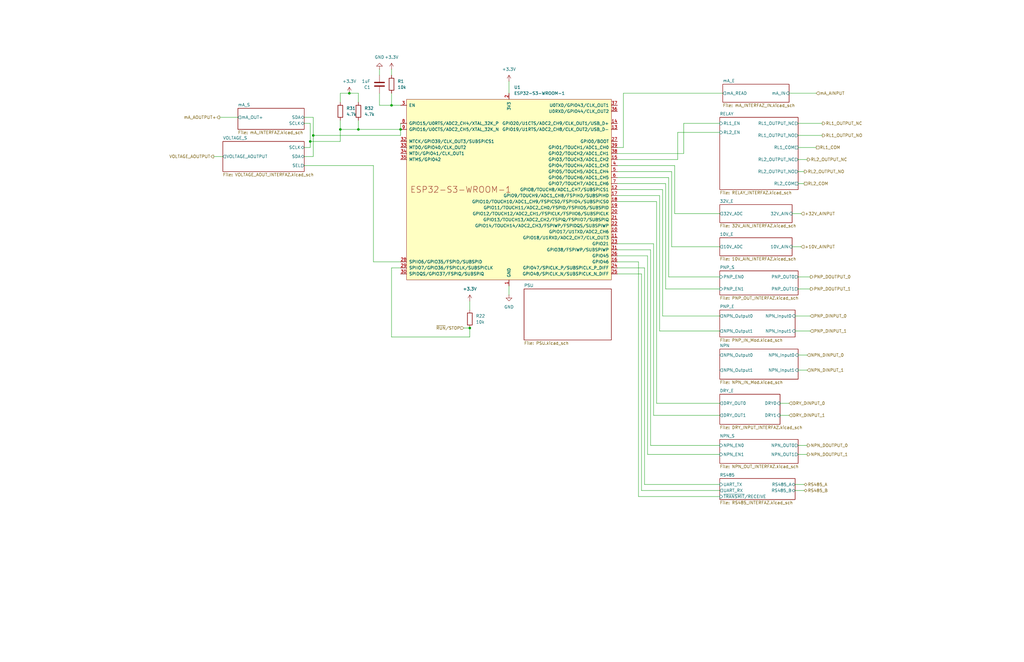
<source format=kicad_sch>
(kicad_sch
	(version 20250114)
	(generator "eeschema")
	(generator_version "9.0")
	(uuid "8e19332e-3534-4a04-99a8-04957ac8928f")
	(paper "USLedger")
	(lib_symbols
		(symbol "Device:C"
			(pin_numbers
				(hide yes)
			)
			(pin_names
				(offset 0.254)
			)
			(exclude_from_sim no)
			(in_bom yes)
			(on_board yes)
			(property "Reference" "C"
				(at 0.635 2.54 0)
				(effects
					(font
						(size 1.27 1.27)
					)
					(justify left)
				)
			)
			(property "Value" "C"
				(at 0.635 -2.54 0)
				(effects
					(font
						(size 1.27 1.27)
					)
					(justify left)
				)
			)
			(property "Footprint" ""
				(at 0.9652 -3.81 0)
				(effects
					(font
						(size 1.27 1.27)
					)
					(hide yes)
				)
			)
			(property "Datasheet" "~"
				(at 0 0 0)
				(effects
					(font
						(size 1.27 1.27)
					)
					(hide yes)
				)
			)
			(property "Description" "Unpolarized capacitor"
				(at 0 0 0)
				(effects
					(font
						(size 1.27 1.27)
					)
					(hide yes)
				)
			)
			(property "ki_keywords" "cap capacitor"
				(at 0 0 0)
				(effects
					(font
						(size 1.27 1.27)
					)
					(hide yes)
				)
			)
			(property "ki_fp_filters" "C_*"
				(at 0 0 0)
				(effects
					(font
						(size 1.27 1.27)
					)
					(hide yes)
				)
			)
			(symbol "C_0_1"
				(polyline
					(pts
						(xy -2.032 0.762) (xy 2.032 0.762)
					)
					(stroke
						(width 0.508)
						(type default)
					)
					(fill
						(type none)
					)
				)
				(polyline
					(pts
						(xy -2.032 -0.762) (xy 2.032 -0.762)
					)
					(stroke
						(width 0.508)
						(type default)
					)
					(fill
						(type none)
					)
				)
			)
			(symbol "C_1_1"
				(pin passive line
					(at 0 3.81 270)
					(length 2.794)
					(name "~"
						(effects
							(font
								(size 1.27 1.27)
							)
						)
					)
					(number "1"
						(effects
							(font
								(size 1.27 1.27)
							)
						)
					)
				)
				(pin passive line
					(at 0 -3.81 90)
					(length 2.794)
					(name "~"
						(effects
							(font
								(size 1.27 1.27)
							)
						)
					)
					(number "2"
						(effects
							(font
								(size 1.27 1.27)
							)
						)
					)
				)
			)
			(embedded_fonts no)
		)
		(symbol "Device:R"
			(pin_numbers
				(hide yes)
			)
			(pin_names
				(offset 0)
			)
			(exclude_from_sim no)
			(in_bom yes)
			(on_board yes)
			(property "Reference" "R"
				(at 2.032 0 90)
				(effects
					(font
						(size 1.27 1.27)
					)
				)
			)
			(property "Value" "R"
				(at 0 0 90)
				(effects
					(font
						(size 1.27 1.27)
					)
				)
			)
			(property "Footprint" ""
				(at -1.778 0 90)
				(effects
					(font
						(size 1.27 1.27)
					)
					(hide yes)
				)
			)
			(property "Datasheet" "~"
				(at 0 0 0)
				(effects
					(font
						(size 1.27 1.27)
					)
					(hide yes)
				)
			)
			(property "Description" "Resistor"
				(at 0 0 0)
				(effects
					(font
						(size 1.27 1.27)
					)
					(hide yes)
				)
			)
			(property "ki_keywords" "R res resistor"
				(at 0 0 0)
				(effects
					(font
						(size 1.27 1.27)
					)
					(hide yes)
				)
			)
			(property "ki_fp_filters" "R_*"
				(at 0 0 0)
				(effects
					(font
						(size 1.27 1.27)
					)
					(hide yes)
				)
			)
			(symbol "R_0_1"
				(rectangle
					(start -1.016 -2.54)
					(end 1.016 2.54)
					(stroke
						(width 0.254)
						(type default)
					)
					(fill
						(type none)
					)
				)
			)
			(symbol "R_1_1"
				(pin passive line
					(at 0 3.81 270)
					(length 1.27)
					(name "~"
						(effects
							(font
								(size 1.27 1.27)
							)
						)
					)
					(number "1"
						(effects
							(font
								(size 1.27 1.27)
							)
						)
					)
				)
				(pin passive line
					(at 0 -3.81 90)
					(length 1.27)
					(name "~"
						(effects
							(font
								(size 1.27 1.27)
							)
						)
					)
					(number "2"
						(effects
							(font
								(size 1.27 1.27)
							)
						)
					)
				)
			)
			(embedded_fonts no)
		)
		(symbol "PCM_Espressif:ESP32-S3-WROOM-1"
			(pin_names
				(offset 1.016)
			)
			(exclude_from_sim no)
			(in_bom yes)
			(on_board yes)
			(property "Reference" "U"
				(at -43.18 43.18 0)
				(effects
					(font
						(size 1.27 1.27)
					)
					(justify left)
				)
			)
			(property "Value" "ESP32-S3-WROOM-1"
				(at -43.18 40.64 0)
				(effects
					(font
						(size 1.27 1.27)
					)
					(justify left)
				)
			)
			(property "Footprint" "PCM_Espressif:ESP32-S3-WROOM-1"
				(at 2.54 -48.26 0)
				(effects
					(font
						(size 1.27 1.27)
					)
					(hide yes)
				)
			)
			(property "Datasheet" "https://www.espressif.com/sites/default/files/documentation/esp32-s3-wroom-1_wroom-1u_datasheet_en.pdf"
				(at 2.54 -50.8 0)
				(effects
					(font
						(size 1.27 1.27)
					)
					(hide yes)
				)
			)
			(property "Description" "2.4 GHz WiFi (802.11 b/g/n) and Bluetooth ® 5 (LE) module Built around ESP32S3 series of SoCs, Xtensa ® dualcore 32bit LX7 microprocessor Flash up to 16 MB, PSRAM up to 8 MB 36 GPIOs, rich set of peripherals Onboard PCB antenna"
				(at 0 0 0)
				(effects
					(font
						(size 1.27 1.27)
					)
					(hide yes)
				)
			)
			(symbol "ESP32-S3-WROOM-1_0_0"
				(text "ESP32-S3-WROOM-1"
					(at -20.32 0 0)
					(effects
						(font
							(size 2.54 2.54)
						)
					)
				)
				(pin input line
					(at -45.72 35.56 0)
					(length 2.54)
					(name "EN"
						(effects
							(font
								(size 1.27 1.27)
							)
						)
					)
					(number "3"
						(effects
							(font
								(size 1.27 1.27)
							)
						)
					)
				)
				(pin bidirectional line
					(at -45.72 27.94 0)
					(length 2.54)
					(name "GPIO15/U0RTS/ADC2_CH4/XTAL_32K_P"
						(effects
							(font
								(size 1.27 1.27)
							)
						)
					)
					(number "8"
						(effects
							(font
								(size 1.27 1.27)
							)
						)
					)
				)
				(pin bidirectional line
					(at -45.72 25.4 0)
					(length 2.54)
					(name "GPIO16/U0CTS/ADC2_CH5/XTAL_32K_N"
						(effects
							(font
								(size 1.27 1.27)
							)
						)
					)
					(number "9"
						(effects
							(font
								(size 1.27 1.27)
							)
						)
					)
				)
				(pin bidirectional line
					(at -45.72 20.32 0)
					(length 2.54)
					(name "MTCK/GPIO39/CLK_OUT3/SUBSPICS1"
						(effects
							(font
								(size 1.27 1.27)
							)
						)
					)
					(number "32"
						(effects
							(font
								(size 1.27 1.27)
							)
						)
					)
				)
				(pin bidirectional line
					(at -45.72 17.78 0)
					(length 2.54)
					(name "MTDO/GPIO40/CLK_OUT2"
						(effects
							(font
								(size 1.27 1.27)
							)
						)
					)
					(number "33"
						(effects
							(font
								(size 1.27 1.27)
							)
						)
					)
				)
				(pin bidirectional line
					(at -45.72 15.24 0)
					(length 2.54)
					(name "MTDI/GPIO41/CLK_OUT1"
						(effects
							(font
								(size 1.27 1.27)
							)
						)
					)
					(number "34"
						(effects
							(font
								(size 1.27 1.27)
							)
						)
					)
				)
				(pin bidirectional line
					(at -45.72 12.7 0)
					(length 2.54)
					(name "MTMS/GPIO42"
						(effects
							(font
								(size 1.27 1.27)
							)
						)
					)
					(number "35"
						(effects
							(font
								(size 1.27 1.27)
							)
						)
					)
				)
				(pin bidirectional line
					(at -45.72 -30.48 0)
					(length 2.54)
					(name "SPIIO6/GPIO35/FSPID/SUBSPID"
						(effects
							(font
								(size 1.27 1.27)
							)
						)
					)
					(number "28"
						(effects
							(font
								(size 1.27 1.27)
							)
						)
					)
				)
				(pin bidirectional line
					(at -45.72 -33.02 0)
					(length 2.54)
					(name "SPIIO7/GPIO36/FSPICLK/SUBSPICLK"
						(effects
							(font
								(size 1.27 1.27)
							)
						)
					)
					(number "29"
						(effects
							(font
								(size 1.27 1.27)
							)
						)
					)
				)
				(pin bidirectional line
					(at -45.72 -35.56 0)
					(length 2.54)
					(name "SPIDQS/GPIO37/FSPIQ/SUBSPIQ"
						(effects
							(font
								(size 1.27 1.27)
							)
						)
					)
					(number "30"
						(effects
							(font
								(size 1.27 1.27)
							)
						)
					)
				)
				(pin power_in line
					(at 0 40.64 270)
					(length 2.54)
					(name "3V3"
						(effects
							(font
								(size 1.27 1.27)
							)
						)
					)
					(number "2"
						(effects
							(font
								(size 1.27 1.27)
							)
						)
					)
				)
				(pin power_in line
					(at 0 -40.64 90)
					(length 2.54)
					(name "GND"
						(effects
							(font
								(size 1.27 1.27)
							)
						)
					)
					(number "1"
						(effects
							(font
								(size 1.27 1.27)
							)
						)
					)
				)
				(pin passive line
					(at 0 -40.64 90)
					(length 2.54)
					(hide yes)
					(name "GND"
						(effects
							(font
								(size 1.27 1.27)
							)
						)
					)
					(number "40"
						(effects
							(font
								(size 1.27 1.27)
							)
						)
					)
				)
				(pin passive line
					(at 0 -40.64 90)
					(length 2.54)
					(hide yes)
					(name "GND"
						(effects
							(font
								(size 1.27 1.27)
							)
						)
					)
					(number "41"
						(effects
							(font
								(size 1.27 1.27)
							)
						)
					)
				)
				(pin bidirectional line
					(at 45.72 35.56 180)
					(length 2.54)
					(name "U0TXD/GPIO43/CLK_OUT1"
						(effects
							(font
								(size 1.27 1.27)
							)
						)
					)
					(number "37"
						(effects
							(font
								(size 1.27 1.27)
							)
						)
					)
				)
				(pin bidirectional line
					(at 45.72 33.02 180)
					(length 2.54)
					(name "U0RXD/GPIO44/CLK_OUT2"
						(effects
							(font
								(size 1.27 1.27)
							)
						)
					)
					(number "36"
						(effects
							(font
								(size 1.27 1.27)
							)
						)
					)
				)
				(pin bidirectional line
					(at 45.72 27.94 180)
					(length 2.54)
					(name "GPIO20/U1CTS/ADC2_CH9/CLK_OUT1/USB_D+"
						(effects
							(font
								(size 1.27 1.27)
							)
						)
					)
					(number "14"
						(effects
							(font
								(size 1.27 1.27)
							)
						)
					)
				)
				(pin bidirectional line
					(at 45.72 25.4 180)
					(length 2.54)
					(name "GPIO19/U1RTS/ADC2_CH8/CLK_OUT2/USB_D-"
						(effects
							(font
								(size 1.27 1.27)
							)
						)
					)
					(number "13"
						(effects
							(font
								(size 1.27 1.27)
							)
						)
					)
				)
				(pin bidirectional line
					(at 45.72 20.32 180)
					(length 2.54)
					(name "GPIO0/BOOT"
						(effects
							(font
								(size 1.27 1.27)
							)
						)
					)
					(number "27"
						(effects
							(font
								(size 1.27 1.27)
							)
						)
					)
				)
				(pin bidirectional line
					(at 45.72 17.78 180)
					(length 2.54)
					(name "GPIO1/TOUCH1/ADC1_CH0"
						(effects
							(font
								(size 1.27 1.27)
							)
						)
					)
					(number "39"
						(effects
							(font
								(size 1.27 1.27)
							)
						)
					)
				)
				(pin bidirectional line
					(at 45.72 15.24 180)
					(length 2.54)
					(name "GPIO2/TOUCH2/ADC1_CH1"
						(effects
							(font
								(size 1.27 1.27)
							)
						)
					)
					(number "38"
						(effects
							(font
								(size 1.27 1.27)
							)
						)
					)
				)
				(pin bidirectional line
					(at 45.72 12.7 180)
					(length 2.54)
					(name "GPIO3/TOUCH3/ADC1_CH2"
						(effects
							(font
								(size 1.27 1.27)
							)
						)
					)
					(number "15"
						(effects
							(font
								(size 1.27 1.27)
							)
						)
					)
				)
				(pin bidirectional line
					(at 45.72 10.16 180)
					(length 2.54)
					(name "GPIO4/TOUCH4/ADC1_CH3"
						(effects
							(font
								(size 1.27 1.27)
							)
						)
					)
					(number "4"
						(effects
							(font
								(size 1.27 1.27)
							)
						)
					)
				)
				(pin bidirectional line
					(at 45.72 7.62 180)
					(length 2.54)
					(name "GPIO5/TOUCH5/ADC1_CH4"
						(effects
							(font
								(size 1.27 1.27)
							)
						)
					)
					(number "5"
						(effects
							(font
								(size 1.27 1.27)
							)
						)
					)
				)
				(pin bidirectional line
					(at 45.72 5.08 180)
					(length 2.54)
					(name "GPIO6/TOUCH6/ADC1_CH5"
						(effects
							(font
								(size 1.27 1.27)
							)
						)
					)
					(number "6"
						(effects
							(font
								(size 1.27 1.27)
							)
						)
					)
				)
				(pin bidirectional line
					(at 45.72 2.54 180)
					(length 2.54)
					(name "GPIO7/TOUCH7/ADC1_CH6"
						(effects
							(font
								(size 1.27 1.27)
							)
						)
					)
					(number "7"
						(effects
							(font
								(size 1.27 1.27)
							)
						)
					)
				)
				(pin bidirectional line
					(at 45.72 0 180)
					(length 2.54)
					(name "GPIO8/TOUCH8/ADC1_CH7/SUBSPICS1"
						(effects
							(font
								(size 1.27 1.27)
							)
						)
					)
					(number "12"
						(effects
							(font
								(size 1.27 1.27)
							)
						)
					)
				)
				(pin bidirectional line
					(at 45.72 -2.54 180)
					(length 2.54)
					(name "GPIO9/TOUCH9/ADC1_CH8/FSPIHD/SUBSPIHD"
						(effects
							(font
								(size 1.27 1.27)
							)
						)
					)
					(number "17"
						(effects
							(font
								(size 1.27 1.27)
							)
						)
					)
				)
				(pin bidirectional line
					(at 45.72 -5.08 180)
					(length 2.54)
					(name "GPIO10/TOUCH10/ADC1_CH9/FSPICS0/FSPIIO4/SUBSPICS0"
						(effects
							(font
								(size 1.27 1.27)
							)
						)
					)
					(number "18"
						(effects
							(font
								(size 1.27 1.27)
							)
						)
					)
				)
				(pin bidirectional line
					(at 45.72 -7.62 180)
					(length 2.54)
					(name "GPIO11/TOUCH11/ADC2_CH0/FSPID/FSPIIO5/SUBSPID"
						(effects
							(font
								(size 1.27 1.27)
							)
						)
					)
					(number "19"
						(effects
							(font
								(size 1.27 1.27)
							)
						)
					)
				)
				(pin bidirectional line
					(at 45.72 -10.16 180)
					(length 2.54)
					(name "GPIO12/TOUCH12/ADC2_CH1/FSPICLK/FSPIIO6/SUBSPICLK"
						(effects
							(font
								(size 1.27 1.27)
							)
						)
					)
					(number "20"
						(effects
							(font
								(size 1.27 1.27)
							)
						)
					)
				)
				(pin bidirectional line
					(at 45.72 -12.7 180)
					(length 2.54)
					(name "GPIO13/TOUCH13/ADC2_CH2/FSPIQ/FSPIIO7/SUBSPIQ"
						(effects
							(font
								(size 1.27 1.27)
							)
						)
					)
					(number "21"
						(effects
							(font
								(size 1.27 1.27)
							)
						)
					)
				)
				(pin bidirectional line
					(at 45.72 -15.24 180)
					(length 2.54)
					(name "GPIO14/TOUCH14/ADC2_CH3/FSPIWP/FSPIDQS/SUBSPIWP"
						(effects
							(font
								(size 1.27 1.27)
							)
						)
					)
					(number "22"
						(effects
							(font
								(size 1.27 1.27)
							)
						)
					)
				)
				(pin bidirectional line
					(at 45.72 -17.78 180)
					(length 2.54)
					(name "GPIO17/U1TXD/ADC2_CH6"
						(effects
							(font
								(size 1.27 1.27)
							)
						)
					)
					(number "10"
						(effects
							(font
								(size 1.27 1.27)
							)
						)
					)
				)
				(pin bidirectional line
					(at 45.72 -20.32 180)
					(length 2.54)
					(name "GPIO18/U1RXD/ADC2_CH7/CLK_OUT3"
						(effects
							(font
								(size 1.27 1.27)
							)
						)
					)
					(number "11"
						(effects
							(font
								(size 1.27 1.27)
							)
						)
					)
				)
				(pin bidirectional line
					(at 45.72 -22.86 180)
					(length 2.54)
					(name "GPIO21"
						(effects
							(font
								(size 1.27 1.27)
							)
						)
					)
					(number "23"
						(effects
							(font
								(size 1.27 1.27)
							)
						)
					)
				)
				(pin bidirectional line
					(at 45.72 -25.4 180)
					(length 2.54)
					(name "GPIO38/FSPIWP/SUBSPIWP"
						(effects
							(font
								(size 1.27 1.27)
							)
						)
					)
					(number "31"
						(effects
							(font
								(size 1.27 1.27)
							)
						)
					)
				)
				(pin bidirectional line
					(at 45.72 -27.94 180)
					(length 2.54)
					(name "GPIO45"
						(effects
							(font
								(size 1.27 1.27)
							)
						)
					)
					(number "26"
						(effects
							(font
								(size 1.27 1.27)
							)
						)
					)
				)
				(pin bidirectional line
					(at 45.72 -30.48 180)
					(length 2.54)
					(name "GPIO46"
						(effects
							(font
								(size 1.27 1.27)
							)
						)
					)
					(number "16"
						(effects
							(font
								(size 1.27 1.27)
							)
						)
					)
				)
				(pin bidirectional line
					(at 45.72 -33.02 180)
					(length 2.54)
					(name "GPIO47/SPICLK_P/SUBSPICLK_P_DIFF"
						(effects
							(font
								(size 1.27 1.27)
							)
						)
					)
					(number "24"
						(effects
							(font
								(size 1.27 1.27)
							)
						)
					)
				)
				(pin bidirectional line
					(at 45.72 -35.56 180)
					(length 2.54)
					(name "GPIO48/SPICLK_N/SUBSPICLK_N_DIFF"
						(effects
							(font
								(size 1.27 1.27)
							)
						)
					)
					(number "25"
						(effects
							(font
								(size 1.27 1.27)
							)
						)
					)
				)
			)
			(symbol "ESP32-S3-WROOM-1_0_1"
				(rectangle
					(start -43.18 38.1)
					(end 43.18 -38.1)
					(stroke
						(width 0)
						(type default)
					)
					(fill
						(type background)
					)
				)
			)
			(embedded_fonts no)
		)
		(symbol "power:+3.3V"
			(power)
			(pin_numbers
				(hide yes)
			)
			(pin_names
				(offset 0)
				(hide yes)
			)
			(exclude_from_sim no)
			(in_bom yes)
			(on_board yes)
			(property "Reference" "#PWR"
				(at 0 -3.81 0)
				(effects
					(font
						(size 1.27 1.27)
					)
					(hide yes)
				)
			)
			(property "Value" "+3.3V"
				(at 0 3.556 0)
				(effects
					(font
						(size 1.27 1.27)
					)
				)
			)
			(property "Footprint" ""
				(at 0 0 0)
				(effects
					(font
						(size 1.27 1.27)
					)
					(hide yes)
				)
			)
			(property "Datasheet" ""
				(at 0 0 0)
				(effects
					(font
						(size 1.27 1.27)
					)
					(hide yes)
				)
			)
			(property "Description" "Power symbol creates a global label with name \"+3.3V\""
				(at 0 0 0)
				(effects
					(font
						(size 1.27 1.27)
					)
					(hide yes)
				)
			)
			(property "ki_keywords" "global power"
				(at 0 0 0)
				(effects
					(font
						(size 1.27 1.27)
					)
					(hide yes)
				)
			)
			(symbol "+3.3V_0_1"
				(polyline
					(pts
						(xy -0.762 1.27) (xy 0 2.54)
					)
					(stroke
						(width 0)
						(type default)
					)
					(fill
						(type none)
					)
				)
				(polyline
					(pts
						(xy 0 2.54) (xy 0.762 1.27)
					)
					(stroke
						(width 0)
						(type default)
					)
					(fill
						(type none)
					)
				)
				(polyline
					(pts
						(xy 0 0) (xy 0 2.54)
					)
					(stroke
						(width 0)
						(type default)
					)
					(fill
						(type none)
					)
				)
			)
			(symbol "+3.3V_1_1"
				(pin power_in line
					(at 0 0 90)
					(length 0)
					(name "~"
						(effects
							(font
								(size 1.27 1.27)
							)
						)
					)
					(number "1"
						(effects
							(font
								(size 1.27 1.27)
							)
						)
					)
				)
			)
			(embedded_fonts no)
		)
		(symbol "power:GND"
			(power)
			(pin_numbers
				(hide yes)
			)
			(pin_names
				(offset 0)
				(hide yes)
			)
			(exclude_from_sim no)
			(in_bom yes)
			(on_board yes)
			(property "Reference" "#PWR"
				(at 0 -6.35 0)
				(effects
					(font
						(size 1.27 1.27)
					)
					(hide yes)
				)
			)
			(property "Value" "GND"
				(at 0 -3.81 0)
				(effects
					(font
						(size 1.27 1.27)
					)
				)
			)
			(property "Footprint" ""
				(at 0 0 0)
				(effects
					(font
						(size 1.27 1.27)
					)
					(hide yes)
				)
			)
			(property "Datasheet" ""
				(at 0 0 0)
				(effects
					(font
						(size 1.27 1.27)
					)
					(hide yes)
				)
			)
			(property "Description" "Power symbol creates a global label with name \"GND\" , ground"
				(at 0 0 0)
				(effects
					(font
						(size 1.27 1.27)
					)
					(hide yes)
				)
			)
			(property "ki_keywords" "global power"
				(at 0 0 0)
				(effects
					(font
						(size 1.27 1.27)
					)
					(hide yes)
				)
			)
			(symbol "GND_0_1"
				(polyline
					(pts
						(xy 0 0) (xy 0 -1.27) (xy 1.27 -1.27) (xy 0 -2.54) (xy -1.27 -1.27) (xy 0 -1.27)
					)
					(stroke
						(width 0)
						(type default)
					)
					(fill
						(type none)
					)
				)
			)
			(symbol "GND_1_1"
				(pin power_in line
					(at 0 0 270)
					(length 0)
					(name "~"
						(effects
							(font
								(size 1.27 1.27)
							)
						)
					)
					(number "1"
						(effects
							(font
								(size 1.27 1.27)
							)
						)
					)
				)
			)
			(embedded_fonts no)
		)
	)
	(junction
		(at 165.1 44.45)
		(diameter 0)
		(color 0 0 0 0)
		(uuid "3b4d74ac-3adf-430d-909a-7b3d71d240ea")
	)
	(junction
		(at 147.32 39.37)
		(diameter 0)
		(color 0 0 0 0)
		(uuid "4426013d-71c4-49af-8e29-5ed2bbb2d89c")
	)
	(junction
		(at 151.13 54.61)
		(diameter 0)
		(color 0 0 0 0)
		(uuid "575486fd-f743-471f-9f81-5d4c4b74ba25")
	)
	(junction
		(at 143.51 54.61)
		(diameter 0)
		(color 0 0 0 0)
		(uuid "5b707f27-8892-4978-bf61-76f0e9f561fa")
	)
	(junction
		(at 130.81 59.69)
		(diameter 0)
		(color 0 0 0 0)
		(uuid "bf5148f9-5d73-4e36-bb5d-9802f372aa2c")
	)
	(junction
		(at 198.12 138.43)
		(diameter 0)
		(color 0 0 0 0)
		(uuid "c18ba6a3-87f6-4ca4-b401-525c0d51187f")
	)
	(junction
		(at 168.91 54.61)
		(diameter 0)
		(color 0 0 0 0)
		(uuid "ca514f79-f6c1-49c5-8a83-2ce46ef4392a")
	)
	(junction
		(at 132.08 57.15)
		(diameter 0)
		(color 0 0 0 0)
		(uuid "d7ea345b-22d7-4248-99fa-c7a8aeb6de22")
	)
	(wire
		(pts
			(xy 262.89 39.37) (xy 304.8 39.37)
		)
		(stroke
			(width 0)
			(type default)
		)
		(uuid "00e50114-d2a3-444d-a37e-2c63289d8a84")
	)
	(wire
		(pts
			(xy 271.78 113.03) (xy 271.78 204.47)
		)
		(stroke
			(width 0)
			(type default)
		)
		(uuid "014fbf49-e220-4a79-8673-c4e475a94565")
	)
	(wire
		(pts
			(xy 278.13 82.55) (xy 260.35 82.55)
		)
		(stroke
			(width 0)
			(type default)
		)
		(uuid "05db77dd-4ff3-4859-b8d9-cbb423435381")
	)
	(wire
		(pts
			(xy 336.55 121.92) (xy 341.63 121.92)
		)
		(stroke
			(width 0)
			(type default)
		)
		(uuid "06c7d62d-252e-48ac-9d22-cca99e8960df")
	)
	(wire
		(pts
			(xy 303.53 121.92) (xy 280.67 121.92)
		)
		(stroke
			(width 0)
			(type default)
		)
		(uuid "06f99185-dc76-4dca-a6e2-6311a285d69c")
	)
	(wire
		(pts
			(xy 165.1 113.03) (xy 168.91 113.03)
		)
		(stroke
			(width 0)
			(type default)
		)
		(uuid "0c870cc5-6bcd-4b63-b1a9-21b6797b719e")
	)
	(wire
		(pts
			(xy 143.51 54.61) (xy 151.13 54.61)
		)
		(stroke
			(width 0)
			(type default)
		)
		(uuid "1117b05e-3f6e-4945-ac86-c00ca6c990c3")
	)
	(wire
		(pts
			(xy 130.81 59.69) (xy 143.51 59.69)
		)
		(stroke
			(width 0)
			(type default)
		)
		(uuid "1205ca85-545b-4b03-b2a1-4a5595abb097")
	)
	(wire
		(pts
			(xy 214.63 34.29) (xy 214.63 39.37)
		)
		(stroke
			(width 0)
			(type default)
		)
		(uuid "12227c82-3f42-45f0-a6ab-667555eeca47")
	)
	(wire
		(pts
			(xy 160.02 39.37) (xy 160.02 44.45)
		)
		(stroke
			(width 0)
			(type default)
		)
		(uuid "1a5d9b47-3d81-4327-b3dc-fabb2b21b22b")
	)
	(wire
		(pts
			(xy 279.4 133.35) (xy 279.4 80.01)
		)
		(stroke
			(width 0)
			(type default)
		)
		(uuid "1c797443-98b3-4061-a644-5ab470fef391")
	)
	(wire
		(pts
			(xy 303.53 52.07) (xy 288.29 52.07)
		)
		(stroke
			(width 0)
			(type default)
		)
		(uuid "1f2427e4-5241-499a-9b12-f3fd889f684f")
	)
	(wire
		(pts
			(xy 260.35 77.47) (xy 280.67 77.47)
		)
		(stroke
			(width 0)
			(type default)
		)
		(uuid "227b6b71-2915-4a54-bc20-8ecde0327fbd")
	)
	(wire
		(pts
			(xy 340.36 149.86) (xy 336.55 149.86)
		)
		(stroke
			(width 0)
			(type default)
		)
		(uuid "23ca4f43-aebd-4782-b85e-70938c27e1ef")
	)
	(wire
		(pts
			(xy 128.27 66.04) (xy 132.08 66.04)
		)
		(stroke
			(width 0)
			(type default)
		)
		(uuid "2613b469-5090-4913-b0f6-46826a3ab7a8")
	)
	(wire
		(pts
			(xy 165.1 142.24) (xy 198.12 142.24)
		)
		(stroke
			(width 0)
			(type default)
		)
		(uuid "2e77f26f-b256-4fe3-930f-8b60f45faad7")
	)
	(wire
		(pts
			(xy 303.53 55.88) (xy 285.75 55.88)
		)
		(stroke
			(width 0)
			(type default)
		)
		(uuid "32486f72-8c27-49ae-a018-e7fdb3534bab")
	)
	(wire
		(pts
			(xy 198.12 127) (xy 198.12 130.81)
		)
		(stroke
			(width 0)
			(type default)
		)
		(uuid "38eef0e7-60d0-4916-932a-36d86bd77529")
	)
	(wire
		(pts
			(xy 303.53 175.26) (xy 275.59 175.26)
		)
		(stroke
			(width 0)
			(type default)
		)
		(uuid "38f0e120-3539-4ab9-a5f9-4b9426da39e2")
	)
	(wire
		(pts
			(xy 165.1 39.37) (xy 165.1 44.45)
		)
		(stroke
			(width 0)
			(type default)
		)
		(uuid "40dc6b8d-8b53-4b7e-9087-43712192aeee")
	)
	(wire
		(pts
			(xy 260.35 113.03) (xy 271.78 113.03)
		)
		(stroke
			(width 0)
			(type default)
		)
		(uuid "42b0230e-8f14-4abb-8ef9-7f99cad3f215")
	)
	(wire
		(pts
			(xy 151.13 50.8) (xy 151.13 54.61)
		)
		(stroke
			(width 0)
			(type default)
		)
		(uuid "44c05374-ef04-4d19-841c-1264e1f55b6b")
	)
	(wire
		(pts
			(xy 260.35 102.87) (xy 275.59 102.87)
		)
		(stroke
			(width 0)
			(type default)
		)
		(uuid "4561db55-ff13-48c9-8979-80dfbacace6f")
	)
	(wire
		(pts
			(xy 303.53 170.18) (xy 276.86 170.18)
		)
		(stroke
			(width 0)
			(type default)
		)
		(uuid "45d34bbb-946f-4ad5-a657-c7a95c42ce51")
	)
	(wire
		(pts
			(xy 276.86 85.09) (xy 260.35 85.09)
		)
		(stroke
			(width 0)
			(type default)
		)
		(uuid "48054a89-7c9d-46ab-88f8-f987f7a2cb27")
	)
	(wire
		(pts
			(xy 271.78 204.47) (xy 303.53 204.47)
		)
		(stroke
			(width 0)
			(type default)
		)
		(uuid "49967f53-728f-466d-aa10-148463b10f7b")
	)
	(wire
		(pts
			(xy 336.55 191.77) (xy 340.36 191.77)
		)
		(stroke
			(width 0)
			(type default)
		)
		(uuid "4a187da7-bd5f-45e7-a021-ec9867f17abf")
	)
	(wire
		(pts
			(xy 168.91 44.45) (xy 165.1 44.45)
		)
		(stroke
			(width 0)
			(type default)
		)
		(uuid "4f39c3f0-8c25-4b30-9844-84fd909ba40b")
	)
	(wire
		(pts
			(xy 288.29 52.07) (xy 288.29 64.77)
		)
		(stroke
			(width 0)
			(type default)
		)
		(uuid "539ae98e-873a-449c-a587-7faa9aff54c9")
	)
	(wire
		(pts
			(xy 270.51 207.01) (xy 270.51 115.57)
		)
		(stroke
			(width 0)
			(type default)
		)
		(uuid "53fd8a01-67b3-48ba-bca9-12d198c89897")
	)
	(wire
		(pts
			(xy 130.81 59.69) (xy 130.81 52.07)
		)
		(stroke
			(width 0)
			(type default)
		)
		(uuid "5665d0ac-8c38-415b-a930-abf2ad40daf6")
	)
	(wire
		(pts
			(xy 336.55 72.39) (xy 339.09 72.39)
		)
		(stroke
			(width 0)
			(type default)
		)
		(uuid "578b79e6-3dc6-4d6d-9ea9-a2eb4e514fc7")
	)
	(wire
		(pts
			(xy 165.1 29.21) (xy 165.1 31.75)
		)
		(stroke
			(width 0)
			(type default)
		)
		(uuid "5931c44d-5058-4b82-8940-f1128fc1fbad")
	)
	(wire
		(pts
			(xy 279.4 80.01) (xy 260.35 80.01)
		)
		(stroke
			(width 0)
			(type default)
		)
		(uuid "5dc1d980-f84d-4d71-8aed-295bec9767b3")
	)
	(wire
		(pts
			(xy 128.27 69.85) (xy 157.48 69.85)
		)
		(stroke
			(width 0)
			(type default)
		)
		(uuid "5f60825c-6bdc-48ca-a8b7-2a6b562774ef")
	)
	(wire
		(pts
			(xy 303.53 207.01) (xy 270.51 207.01)
		)
		(stroke
			(width 0)
			(type default)
		)
		(uuid "6b2e1ee2-08e2-42eb-87b7-3837dd69e117")
	)
	(wire
		(pts
			(xy 335.28 204.47) (xy 339.09 204.47)
		)
		(stroke
			(width 0)
			(type default)
		)
		(uuid "6e25e2a5-ce92-42f8-ad6d-92c8ba0cd350")
	)
	(wire
		(pts
			(xy 128.27 62.23) (xy 130.81 62.23)
		)
		(stroke
			(width 0)
			(type default)
		)
		(uuid "6e52b6d2-ba28-453a-9739-54ec2af3778c")
	)
	(wire
		(pts
			(xy 336.55 62.23) (xy 344.17 62.23)
		)
		(stroke
			(width 0)
			(type default)
		)
		(uuid "70c31691-79b9-4990-a047-0c2914747263")
	)
	(wire
		(pts
			(xy 341.63 133.35) (xy 335.28 133.35)
		)
		(stroke
			(width 0)
			(type default)
		)
		(uuid "71547863-af6e-4727-88ff-37c3f7bcfe6a")
	)
	(wire
		(pts
			(xy 281.94 116.84) (xy 303.53 116.84)
		)
		(stroke
			(width 0)
			(type default)
		)
		(uuid "73476f98-4c74-47bd-8625-34b1d46e011f")
	)
	(wire
		(pts
			(xy 336.55 116.84) (xy 341.63 116.84)
		)
		(stroke
			(width 0)
			(type default)
		)
		(uuid "771f68c2-fc3d-4d1d-9f1d-2c09317985ae")
	)
	(wire
		(pts
			(xy 285.75 55.88) (xy 285.75 67.31)
		)
		(stroke
			(width 0)
			(type default)
		)
		(uuid "7a2a9f2c-95da-4555-803a-2e9d4bcb7be0")
	)
	(wire
		(pts
			(xy 160.02 44.45) (xy 165.1 44.45)
		)
		(stroke
			(width 0)
			(type default)
		)
		(uuid "80e6adc9-e189-4da1-a224-22c9397f9ec5")
	)
	(wire
		(pts
			(xy 273.05 107.95) (xy 273.05 191.77)
		)
		(stroke
			(width 0)
			(type default)
		)
		(uuid "83e2ebec-f508-42d5-9066-69ee2fc7abb4")
	)
	(wire
		(pts
			(xy 284.48 90.17) (xy 303.53 90.17)
		)
		(stroke
			(width 0)
			(type default)
		)
		(uuid "87328468-6c32-4076-aa7e-b6fc205dc6e9")
	)
	(wire
		(pts
			(xy 260.35 105.41) (xy 274.32 105.41)
		)
		(stroke
			(width 0)
			(type default)
		)
		(uuid "878e65ce-b7c3-44d3-8666-2847816e5507")
	)
	(wire
		(pts
			(xy 157.48 110.49) (xy 168.91 110.49)
		)
		(stroke
			(width 0)
			(type default)
		)
		(uuid "8b670f9a-4d75-4c91-9807-176281f7abdb")
	)
	(wire
		(pts
			(xy 93.98 66.04) (xy 90.17 66.04)
		)
		(stroke
			(width 0)
			(type default)
		)
		(uuid "8e6ec22a-fbd3-4497-a0d8-72cee98b201b")
	)
	(wire
		(pts
			(xy 303.53 104.14) (xy 283.21 104.14)
		)
		(stroke
			(width 0)
			(type default)
		)
		(uuid "91e523da-34b4-41a7-a740-289f1b9ceadb")
	)
	(wire
		(pts
			(xy 143.51 50.8) (xy 143.51 54.61)
		)
		(stroke
			(width 0)
			(type default)
		)
		(uuid "95e0a821-9a73-4a36-9081-e1b367340679")
	)
	(wire
		(pts
			(xy 262.89 62.23) (xy 262.89 39.37)
		)
		(stroke
			(width 0)
			(type default)
		)
		(uuid "98f351ff-c163-4f96-85f6-ccc81d15882d")
	)
	(wire
		(pts
			(xy 275.59 175.26) (xy 275.59 102.87)
		)
		(stroke
			(width 0)
			(type default)
		)
		(uuid "994aaf2d-420b-4b97-bcee-a2c77833f339")
	)
	(wire
		(pts
			(xy 143.51 39.37) (xy 147.32 39.37)
		)
		(stroke
			(width 0)
			(type default)
		)
		(uuid "9d3eac78-229f-49ca-a7b8-ab1b94cf54aa")
	)
	(wire
		(pts
			(xy 168.91 57.15) (xy 168.91 54.61)
		)
		(stroke
			(width 0)
			(type default)
		)
		(uuid "9e024938-a77d-49df-b130-59fde534ca75")
	)
	(wire
		(pts
			(xy 281.94 74.93) (xy 281.94 116.84)
		)
		(stroke
			(width 0)
			(type default)
		)
		(uuid "9e21f4c9-5d4e-404f-9c26-1b900b1a0363")
	)
	(wire
		(pts
			(xy 340.36 156.21) (xy 336.55 156.21)
		)
		(stroke
			(width 0)
			(type default)
		)
		(uuid "9f2eb540-64f8-443f-aafd-b3961bff588e")
	)
	(wire
		(pts
			(xy 276.86 170.18) (xy 276.86 85.09)
		)
		(stroke
			(width 0)
			(type default)
		)
		(uuid "9fce5fa8-03f7-4e8b-9437-46434fb41297")
	)
	(wire
		(pts
			(xy 332.74 175.26) (xy 328.93 175.26)
		)
		(stroke
			(width 0)
			(type default)
		)
		(uuid "a035a692-f26f-46ce-b379-ae866d4627b2")
	)
	(wire
		(pts
			(xy 151.13 43.18) (xy 151.13 39.37)
		)
		(stroke
			(width 0)
			(type default)
		)
		(uuid "a04c7c27-d3fd-4fa1-a23e-25124affe494")
	)
	(wire
		(pts
			(xy 285.75 67.31) (xy 260.35 67.31)
		)
		(stroke
			(width 0)
			(type default)
		)
		(uuid "a04f713c-67fa-4058-8270-99fa5a1968a6")
	)
	(wire
		(pts
			(xy 100.33 49.53) (xy 92.71 49.53)
		)
		(stroke
			(width 0)
			(type default)
		)
		(uuid "a0b0dafc-7d77-4983-9504-ac349e825bc7")
	)
	(wire
		(pts
			(xy 284.48 69.85) (xy 284.48 90.17)
		)
		(stroke
			(width 0)
			(type default)
		)
		(uuid "a8077c1b-ed28-4188-9251-775cf1c204ad")
	)
	(wire
		(pts
			(xy 214.63 120.65) (xy 214.63 124.46)
		)
		(stroke
			(width 0)
			(type default)
		)
		(uuid "a9dd1fde-ee4c-4661-b9c9-70f013f8e0d7")
	)
	(wire
		(pts
			(xy 336.55 52.07) (xy 346.71 52.07)
		)
		(stroke
			(width 0)
			(type default)
		)
		(uuid "abbedefc-820b-4dae-a998-a37f294182d5")
	)
	(wire
		(pts
			(xy 260.35 107.95) (xy 273.05 107.95)
		)
		(stroke
			(width 0)
			(type default)
		)
		(uuid "b2970ee9-bd39-4b2c-bb87-f7bf3ebd29ca")
	)
	(wire
		(pts
			(xy 168.91 54.61) (xy 168.91 52.07)
		)
		(stroke
			(width 0)
			(type default)
		)
		(uuid "b4e14156-2372-4b27-8b6a-4ea84d8cfd26")
	)
	(wire
		(pts
			(xy 195.58 138.43) (xy 198.12 138.43)
		)
		(stroke
			(width 0)
			(type default)
		)
		(uuid "b550e99a-4c71-4eac-83d5-9ac916a8a5e3")
	)
	(wire
		(pts
			(xy 335.28 207.01) (xy 339.09 207.01)
		)
		(stroke
			(width 0)
			(type default)
		)
		(uuid "b683b7ca-83ea-4ce4-8ef3-a416b04adba4")
	)
	(wire
		(pts
			(xy 288.29 64.77) (xy 260.35 64.77)
		)
		(stroke
			(width 0)
			(type default)
		)
		(uuid "b7025e92-aba1-4d54-925c-644ff2b6b0c7")
	)
	(wire
		(pts
			(xy 336.55 77.47) (xy 339.09 77.47)
		)
		(stroke
			(width 0)
			(type default)
		)
		(uuid "b786457d-e86d-4eb9-aa5e-5c831bb9f59b")
	)
	(wire
		(pts
			(xy 278.13 139.7) (xy 278.13 82.55)
		)
		(stroke
			(width 0)
			(type default)
		)
		(uuid "ba59cb29-2da2-4cc3-9322-49347386c016")
	)
	(wire
		(pts
			(xy 260.35 69.85) (xy 284.48 69.85)
		)
		(stroke
			(width 0)
			(type default)
		)
		(uuid "ba666fd0-0c5c-49b5-bdf8-b6e53036b968")
	)
	(wire
		(pts
			(xy 198.12 142.24) (xy 198.12 138.43)
		)
		(stroke
			(width 0)
			(type default)
		)
		(uuid "bc0aceb1-5600-4d1f-a7ed-ec971b7fab83")
	)
	(wire
		(pts
			(xy 128.27 52.07) (xy 130.81 52.07)
		)
		(stroke
			(width 0)
			(type default)
		)
		(uuid "bc853a9f-4665-4e95-8017-a9eec11a63f9")
	)
	(wire
		(pts
			(xy 260.35 115.57) (xy 270.51 115.57)
		)
		(stroke
			(width 0)
			(type default)
		)
		(uuid "bc99c251-197b-4f80-a665-15b522c681a4")
	)
	(wire
		(pts
			(xy 341.63 139.7) (xy 335.28 139.7)
		)
		(stroke
			(width 0)
			(type default)
		)
		(uuid "c0fd4a0b-d133-4c2c-a572-8c22657578c7")
	)
	(wire
		(pts
			(xy 132.08 57.15) (xy 168.91 57.15)
		)
		(stroke
			(width 0)
			(type default)
		)
		(uuid "c14933c9-3471-410f-97ef-8690bc6b2a32")
	)
	(wire
		(pts
			(xy 283.21 104.14) (xy 283.21 72.39)
		)
		(stroke
			(width 0)
			(type default)
		)
		(uuid "c195c812-fe2e-4395-923a-b29cf0e3e51e")
	)
	(wire
		(pts
			(xy 143.51 59.69) (xy 143.51 54.61)
		)
		(stroke
			(width 0)
			(type default)
		)
		(uuid "c4b0f1ec-cec7-4e8e-b8be-ddb81a41be0d")
	)
	(wire
		(pts
			(xy 337.82 90.17) (xy 334.01 90.17)
		)
		(stroke
			(width 0)
			(type default)
		)
		(uuid "c786c03a-3618-4c5e-b6a3-ff5660f42089")
	)
	(wire
		(pts
			(xy 128.27 49.53) (xy 132.08 49.53)
		)
		(stroke
			(width 0)
			(type default)
		)
		(uuid "c7c969fa-294d-4083-8a44-1f340cc7e856")
	)
	(wire
		(pts
			(xy 274.32 187.96) (xy 274.32 105.41)
		)
		(stroke
			(width 0)
			(type default)
		)
		(uuid "c89425ac-ab1a-4cbc-8cde-a680a7049408")
	)
	(wire
		(pts
			(xy 283.21 72.39) (xy 260.35 72.39)
		)
		(stroke
			(width 0)
			(type default)
		)
		(uuid "c9b833ab-1a03-4cd1-a755-b77d84acf92c")
	)
	(wire
		(pts
			(xy 151.13 54.61) (xy 168.91 54.61)
		)
		(stroke
			(width 0)
			(type default)
		)
		(uuid "c9f00c59-6845-4c0c-94db-754aa6ae4fb5")
	)
	(wire
		(pts
			(xy 130.81 62.23) (xy 130.81 59.69)
		)
		(stroke
			(width 0)
			(type default)
		)
		(uuid "ce91ace4-ca25-4edf-ac43-63aa088b1fc9")
	)
	(wire
		(pts
			(xy 160.02 29.21) (xy 160.02 31.75)
		)
		(stroke
			(width 0)
			(type default)
		)
		(uuid "cecd5a05-36cc-4b25-bf2e-a86efdb81d76")
	)
	(wire
		(pts
			(xy 303.53 187.96) (xy 274.32 187.96)
		)
		(stroke
			(width 0)
			(type default)
		)
		(uuid "cf5a2dda-c914-4b4d-afb7-10f593dfd4db")
	)
	(wire
		(pts
			(xy 336.55 57.15) (xy 346.71 57.15)
		)
		(stroke
			(width 0)
			(type default)
		)
		(uuid "d0d60113-31f5-44ce-a072-a9e6ebf641ae")
	)
	(wire
		(pts
			(xy 269.24 110.49) (xy 260.35 110.49)
		)
		(stroke
			(width 0)
			(type default)
		)
		(uuid "d2a7269c-b8eb-4da6-be4f-dcf387f60979")
	)
	(wire
		(pts
			(xy 337.82 104.14) (xy 334.01 104.14)
		)
		(stroke
			(width 0)
			(type default)
		)
		(uuid "d806c012-0bff-48c7-b8a0-a9eb125bc716")
	)
	(wire
		(pts
			(xy 332.74 170.18) (xy 328.93 170.18)
		)
		(stroke
			(width 0)
			(type default)
		)
		(uuid "dcbea709-6389-46dc-9777-f38cd5d94e8d")
	)
	(wire
		(pts
			(xy 165.1 142.24) (xy 165.1 113.03)
		)
		(stroke
			(width 0)
			(type default)
		)
		(uuid "ddd9e587-6791-4a27-b1a5-188a16ee2093")
	)
	(wire
		(pts
			(xy 336.55 187.96) (xy 340.36 187.96)
		)
		(stroke
			(width 0)
			(type default)
		)
		(uuid "e000a26c-7bc3-446c-a8b4-f3a9863cf1f3")
	)
	(wire
		(pts
			(xy 147.32 39.37) (xy 151.13 39.37)
		)
		(stroke
			(width 0)
			(type default)
		)
		(uuid "e0c8c504-74a1-4e5c-9ccc-3793aa773424")
	)
	(wire
		(pts
			(xy 260.35 62.23) (xy 262.89 62.23)
		)
		(stroke
			(width 0)
			(type default)
		)
		(uuid "e1072e05-31cd-4a5f-95b5-3ae45e3fe820")
	)
	(wire
		(pts
			(xy 273.05 191.77) (xy 303.53 191.77)
		)
		(stroke
			(width 0)
			(type default)
		)
		(uuid "e4aefe97-1b57-4fdf-9001-8a71c6ad4abb")
	)
	(wire
		(pts
			(xy 132.08 57.15) (xy 132.08 49.53)
		)
		(stroke
			(width 0)
			(type default)
		)
		(uuid "e5beb65b-7642-497c-8e57-a3694d128255")
	)
	(wire
		(pts
			(xy 260.35 74.93) (xy 281.94 74.93)
		)
		(stroke
			(width 0)
			(type default)
		)
		(uuid "e655cf1c-ead9-4f1a-82b8-41cf2da259f0")
	)
	(wire
		(pts
			(xy 132.08 66.04) (xy 132.08 57.15)
		)
		(stroke
			(width 0)
			(type default)
		)
		(uuid "e70c20e6-9d2c-4df8-b328-1340901d3aad")
	)
	(wire
		(pts
			(xy 303.53 133.35) (xy 279.4 133.35)
		)
		(stroke
			(width 0)
			(type default)
		)
		(uuid "e7674e66-f9d8-48a7-a330-c187e0fcd965")
	)
	(wire
		(pts
			(xy 143.51 43.18) (xy 143.51 39.37)
		)
		(stroke
			(width 0)
			(type default)
		)
		(uuid "ebcfaa27-b204-4936-9b08-102c6c2c04c1")
	)
	(wire
		(pts
			(xy 332.74 39.37) (xy 344.17 39.37)
		)
		(stroke
			(width 0)
			(type default)
		)
		(uuid "f458d669-fe0f-49ae-98bd-b867b57adaee")
	)
	(wire
		(pts
			(xy 269.24 209.55) (xy 269.24 110.49)
		)
		(stroke
			(width 0)
			(type default)
		)
		(uuid "f87786ba-d381-4ca7-926d-8b23afaaf1fd")
	)
	(wire
		(pts
			(xy 157.48 69.85) (xy 157.48 110.49)
		)
		(stroke
			(width 0)
			(type default)
		)
		(uuid "f88eb72f-b93a-43a6-bdfc-dacc3215acaf")
	)
	(wire
		(pts
			(xy 303.53 139.7) (xy 278.13 139.7)
		)
		(stroke
			(width 0)
			(type default)
		)
		(uuid "fe4b1578-5756-442e-a443-c538dc88ec09")
	)
	(wire
		(pts
			(xy 336.55 67.31) (xy 340.36 67.31)
		)
		(stroke
			(width 0)
			(type default)
		)
		(uuid "fece8424-e2c5-49ef-b2d7-6284746289fc")
	)
	(wire
		(pts
			(xy 303.53 209.55) (xy 269.24 209.55)
		)
		(stroke
			(width 0)
			(type default)
		)
		(uuid "ff6be5d4-ddf2-401c-9a8b-43e96256f11c")
	)
	(wire
		(pts
			(xy 280.67 121.92) (xy 280.67 77.47)
		)
		(stroke
			(width 0)
			(type default)
		)
		(uuid "ff6ebd51-6883-4890-992e-20e6f5de63c8")
	)
	(hierarchical_label "DRY_DINPUT_1"
		(shape input)
		(at 332.74 175.26 0)
		(effects
			(font
				(size 1.27 1.27)
			)
			(justify left)
		)
		(uuid "0f248aba-781a-4988-b646-1d9f6f220862")
	)
	(hierarchical_label "PNP_DOUTPUT_1"
		(shape output)
		(at 341.63 121.92 0)
		(effects
			(font
				(size 1.27 1.27)
			)
			(justify left)
		)
		(uuid "1dfbeae8-b3f5-4497-9daa-d12f07ed6c09")
	)
	(hierarchical_label "+10V_AINPUT"
		(shape input)
		(at 337.82 104.14 0)
		(effects
			(font
				(size 1.27 1.27)
			)
			(justify left)
		)
		(uuid "29cd5888-614c-41ba-b2ed-e5012ce7ea59")
	)
	(hierarchical_label "~{RUN}{slash}STOP"
		(shape input)
		(at 195.58 138.43 180)
		(effects
			(font
				(size 1.27 1.27)
			)
			(justify right)
		)
		(uuid "31cb572c-4679-4436-957d-58af825d4994")
	)
	(hierarchical_label "NPN_DINPUT_0"
		(shape input)
		(at 340.36 149.86 0)
		(effects
			(font
				(size 1.27 1.27)
			)
			(justify left)
		)
		(uuid "3419200b-a4d3-431e-a48a-aa5ffcef5c74")
	)
	(hierarchical_label "PNP_DOUTPUT_0"
		(shape output)
		(at 341.63 116.84 0)
		(effects
			(font
				(size 1.27 1.27)
			)
			(justify left)
		)
		(uuid "387b56bf-0020-424f-b4ff-37a3d835631b")
	)
	(hierarchical_label "RL1_OUTPUT_NC"
		(shape output)
		(at 346.71 52.07 0)
		(effects
			(font
				(size 1.27 1.27)
			)
			(justify left)
		)
		(uuid "4b897786-1d3f-436e-a006-0dd44b92c840")
	)
	(hierarchical_label "PNP_DINPUT_0"
		(shape input)
		(at 341.63 133.35 0)
		(effects
			(font
				(size 1.27 1.27)
			)
			(justify left)
		)
		(uuid "531e7e47-a972-49fb-b4b3-d79da00027c9")
	)
	(hierarchical_label "RS485_A"
		(shape bidirectional)
		(at 339.09 204.47 0)
		(effects
			(font
				(size 1.27 1.27)
			)
			(justify left)
		)
		(uuid "5924398b-156b-4e74-ae5d-b44477c39645")
	)
	(hierarchical_label "RL1_OUTPUT_NO"
		(shape output)
		(at 346.71 57.15 0)
		(effects
			(font
				(size 1.27 1.27)
			)
			(justify left)
		)
		(uuid "5b07ac10-f264-46f4-9534-17d1a071cc60")
	)
	(hierarchical_label "DRY_DINPUT_0"
		(shape input)
		(at 332.74 170.18 0)
		(effects
			(font
				(size 1.27 1.27)
			)
			(justify left)
		)
		(uuid "5e3e893b-2073-454f-b96f-f2d0829c8474")
	)
	(hierarchical_label "PNP_DINPUT_1"
		(shape input)
		(at 341.63 139.7 0)
		(effects
			(font
				(size 1.27 1.27)
			)
			(justify left)
		)
		(uuid "63c4a827-7f1f-4102-9f58-cb20064e25ca")
	)
	(hierarchical_label "RL2_COM"
		(shape passive)
		(at 339.09 77.47 0)
		(effects
			(font
				(size 1.27 1.27)
			)
			(justify left)
		)
		(uuid "6a8e361c-181b-48f8-9157-71e7b6cc4aa3")
	)
	(hierarchical_label "VOLTAGE_AOUTPUT"
		(shape output)
		(at 90.17 66.04 180)
		(effects
			(font
				(size 1.27 1.27)
			)
			(justify right)
		)
		(uuid "8ddadf07-d879-4d8a-9528-76114e4610c2")
	)
	(hierarchical_label "RL1_COM"
		(shape passive)
		(at 344.17 62.23 0)
		(effects
			(font
				(size 1.27 1.27)
			)
			(justify left)
		)
		(uuid "9b4ca336-445e-4758-b391-2bd0c19bdd83")
	)
	(hierarchical_label "RS485_B"
		(shape bidirectional)
		(at 339.09 207.01 0)
		(effects
			(font
				(size 1.27 1.27)
			)
			(justify left)
		)
		(uuid "a965501a-8d5e-43df-83af-29e3e57846d8")
	)
	(hierarchical_label "NPN_DINPUT_1"
		(shape input)
		(at 340.36 156.21 0)
		(effects
			(font
				(size 1.27 1.27)
			)
			(justify left)
		)
		(uuid "ad2c8d68-23e6-477b-b82a-8fd1f0261e57")
	)
	(hierarchical_label "NPN_DOUTPUT_0"
		(shape output)
		(at 340.36 187.96 0)
		(effects
			(font
				(size 1.27 1.27)
			)
			(justify left)
		)
		(uuid "aeee5e0b-27a0-499c-87dd-a91f766e0bc8")
	)
	(hierarchical_label "RL2_OUTPUT_NO"
		(shape output)
		(at 339.09 72.39 0)
		(effects
			(font
				(size 1.27 1.27)
			)
			(justify left)
		)
		(uuid "bb1dbfbb-d95e-400e-9b42-e7b675323eb8")
	)
	(hierarchical_label "mA_AINPUT"
		(shape input)
		(at 344.17 39.37 0)
		(effects
			(font
				(size 1.27 1.27)
			)
			(justify left)
		)
		(uuid "cb459113-3ec9-416b-a231-0b519529f0c6")
	)
	(hierarchical_label "NPN_DOUTPUT_1"
		(shape output)
		(at 340.36 191.77 0)
		(effects
			(font
				(size 1.27 1.27)
			)
			(justify left)
		)
		(uuid "ccdcd7fa-e621-4894-ab3f-3c20889bcab8")
	)
	(hierarchical_label "RL2_OUTPUT_NC"
		(shape output)
		(at 340.36 67.31 0)
		(effects
			(font
				(size 1.27 1.27)
			)
			(justify left)
		)
		(uuid "d5d6d7e1-385e-4a85-a5e4-be235f5d58b7")
	)
	(hierarchical_label "+32V_AINPUT"
		(shape input)
		(at 337.82 90.17 0)
		(effects
			(font
				(size 1.27 1.27)
			)
			(justify left)
		)
		(uuid "f481a56f-9ff5-465b-a57e-da4cd101a4f1")
	)
	(hierarchical_label "mA_AOUTPUT+"
		(shape output)
		(at 92.71 49.53 180)
		(effects
			(font
				(size 1.27 1.27)
			)
			(justify right)
		)
		(uuid "f8691926-2955-4ba4-9bd7-117f135f3bc0")
	)
	(symbol
		(lib_id "power:+3.3V")
		(at 198.12 127 0)
		(unit 1)
		(exclude_from_sim no)
		(in_bom yes)
		(on_board yes)
		(dnp no)
		(fields_autoplaced yes)
		(uuid "1ebc69ef-9528-4556-ae22-5b2f2ba301a6")
		(property "Reference" "#PWR047"
			(at 198.12 130.81 0)
			(effects
				(font
					(size 1.27 1.27)
				)
				(hide yes)
			)
		)
		(property "Value" "+3.3V"
			(at 198.12 121.92 0)
			(effects
				(font
					(size 1.27 1.27)
				)
			)
		)
		(property "Footprint" ""
			(at 198.12 127 0)
			(effects
				(font
					(size 1.27 1.27)
				)
				(hide yes)
			)
		)
		(property "Datasheet" ""
			(at 198.12 127 0)
			(effects
				(font
					(size 1.27 1.27)
				)
				(hide yes)
			)
		)
		(property "Description" "Power symbol creates a global label with name \"+3.3V\""
			(at 198.12 127 0)
			(effects
				(font
					(size 1.27 1.27)
				)
				(hide yes)
			)
		)
		(pin "1"
			(uuid "a31faa31-b089-4220-85ae-73d9bf655882")
		)
		(instances
			(project "NIVARA"
				(path "/8290cc18-06d0-4e02-a781-29a61ebc321a/9e4d7a0c-a5eb-4e88-9036-0c35e68b279a"
					(reference "#PWR047")
					(unit 1)
				)
			)
		)
	)
	(symbol
		(lib_id "power:GND")
		(at 160.02 29.21 180)
		(unit 1)
		(exclude_from_sim no)
		(in_bom yes)
		(on_board yes)
		(dnp no)
		(fields_autoplaced yes)
		(uuid "2e916813-5cbd-47ca-b46a-886e33ff44d3")
		(property "Reference" "#PWR11"
			(at 160.02 22.86 0)
			(effects
				(font
					(size 1.27 1.27)
				)
				(hide yes)
			)
		)
		(property "Value" "GND"
			(at 160.02 24.13 0)
			(effects
				(font
					(size 1.27 1.27)
				)
			)
		)
		(property "Footprint" ""
			(at 160.02 29.21 0)
			(effects
				(font
					(size 1.27 1.27)
				)
				(hide yes)
			)
		)
		(property "Datasheet" ""
			(at 160.02 29.21 0)
			(effects
				(font
					(size 1.27 1.27)
				)
				(hide yes)
			)
		)
		(property "Description" "Power symbol creates a global label with name \"GND\" , ground"
			(at 160.02 29.21 0)
			(effects
				(font
					(size 1.27 1.27)
				)
				(hide yes)
			)
		)
		(pin "1"
			(uuid "9d3361ec-72f7-4b1a-a039-a986ea420f09")
		)
		(instances
			(project "NIVARA"
				(path "/8290cc18-06d0-4e02-a781-29a61ebc321a/9e4d7a0c-a5eb-4e88-9036-0c35e68b279a"
					(reference "#PWR11")
					(unit 1)
				)
			)
		)
	)
	(symbol
		(lib_id "Device:R")
		(at 151.13 46.99 0)
		(unit 1)
		(exclude_from_sim no)
		(in_bom yes)
		(on_board yes)
		(dnp no)
		(fields_autoplaced yes)
		(uuid "310584c7-daa4-474f-8914-06a8dd64a32a")
		(property "Reference" "R32"
			(at 153.67 45.7199 0)
			(effects
				(font
					(size 1.27 1.27)
				)
				(justify left)
			)
		)
		(property "Value" "4.7k"
			(at 153.67 48.2599 0)
			(effects
				(font
					(size 1.27 1.27)
				)
				(justify left)
			)
		)
		(property "Footprint" ""
			(at 149.352 46.99 90)
			(effects
				(font
					(size 1.27 1.27)
				)
				(hide yes)
			)
		)
		(property "Datasheet" "~"
			(at 151.13 46.99 0)
			(effects
				(font
					(size 1.27 1.27)
				)
				(hide yes)
			)
		)
		(property "Description" "Resistor"
			(at 151.13 46.99 0)
			(effects
				(font
					(size 1.27 1.27)
				)
				(hide yes)
			)
		)
		(pin "2"
			(uuid "ad233c1d-444f-468f-9dd2-dc23ba813ab5")
		)
		(pin "1"
			(uuid "f8dae1ef-f89d-449a-a484-a22f4adb75f5")
		)
		(instances
			(project "NIVARA"
				(path "/8290cc18-06d0-4e02-a781-29a61ebc321a/9e4d7a0c-a5eb-4e88-9036-0c35e68b279a"
					(reference "R32")
					(unit 1)
				)
			)
		)
	)
	(symbol
		(lib_id "Device:R")
		(at 165.1 35.56 0)
		(unit 1)
		(exclude_from_sim no)
		(in_bom yes)
		(on_board yes)
		(dnp no)
		(fields_autoplaced yes)
		(uuid "3311a18e-d149-4071-87ac-7cb27a323ab2")
		(property "Reference" "R1"
			(at 167.64 34.2899 0)
			(effects
				(font
					(size 1.27 1.27)
				)
				(justify left)
			)
		)
		(property "Value" "10k"
			(at 167.64 36.8299 0)
			(effects
				(font
					(size 1.27 1.27)
				)
				(justify left)
			)
		)
		(property "Footprint" ""
			(at 163.322 35.56 90)
			(effects
				(font
					(size 1.27 1.27)
				)
				(hide yes)
			)
		)
		(property "Datasheet" "~"
			(at 165.1 35.56 0)
			(effects
				(font
					(size 1.27 1.27)
				)
				(hide yes)
			)
		)
		(property "Description" "Resistor"
			(at 165.1 35.56 0)
			(effects
				(font
					(size 1.27 1.27)
				)
				(hide yes)
			)
		)
		(pin "2"
			(uuid "0a82854d-c518-4023-87b8-e498d85d8552")
		)
		(pin "1"
			(uuid "a116b652-ab7e-4e6b-a69f-08a165b2d68c")
		)
		(instances
			(project ""
				(path "/8290cc18-06d0-4e02-a781-29a61ebc321a/9e4d7a0c-a5eb-4e88-9036-0c35e68b279a"
					(reference "R1")
					(unit 1)
				)
			)
		)
	)
	(symbol
		(lib_id "power:GND")
		(at 214.63 124.46 0)
		(unit 1)
		(exclude_from_sim no)
		(in_bom yes)
		(on_board yes)
		(dnp no)
		(fields_autoplaced yes)
		(uuid "3fff2f3a-c8ac-4e2a-830f-8619968b8f9a")
		(property "Reference" "#PWR9"
			(at 214.63 130.81 0)
			(effects
				(font
					(size 1.27 1.27)
				)
				(hide yes)
			)
		)
		(property "Value" "GND"
			(at 214.63 129.54 0)
			(effects
				(font
					(size 1.27 1.27)
				)
			)
		)
		(property "Footprint" ""
			(at 214.63 124.46 0)
			(effects
				(font
					(size 1.27 1.27)
				)
				(hide yes)
			)
		)
		(property "Datasheet" ""
			(at 214.63 124.46 0)
			(effects
				(font
					(size 1.27 1.27)
				)
				(hide yes)
			)
		)
		(property "Description" "Power symbol creates a global label with name \"GND\" , ground"
			(at 214.63 124.46 0)
			(effects
				(font
					(size 1.27 1.27)
				)
				(hide yes)
			)
		)
		(pin "1"
			(uuid "5566462a-8af7-4c57-bef8-4e9ca017f145")
		)
		(instances
			(project ""
				(path "/8290cc18-06d0-4e02-a781-29a61ebc321a/9e4d7a0c-a5eb-4e88-9036-0c35e68b279a"
					(reference "#PWR9")
					(unit 1)
				)
			)
		)
	)
	(symbol
		(lib_id "Device:C")
		(at 160.02 35.56 0)
		(mirror x)
		(unit 1)
		(exclude_from_sim no)
		(in_bom yes)
		(on_board yes)
		(dnp no)
		(uuid "48c0ba12-5f8f-4835-84fc-a314bc3896cc")
		(property "Reference" "C1"
			(at 156.21 36.8301 0)
			(effects
				(font
					(size 1.27 1.27)
				)
				(justify right)
			)
		)
		(property "Value" "1uF"
			(at 156.21 34.2901 0)
			(effects
				(font
					(size 1.27 1.27)
				)
				(justify right)
			)
		)
		(property "Footprint" ""
			(at 160.9852 31.75 0)
			(effects
				(font
					(size 1.27 1.27)
				)
				(hide yes)
			)
		)
		(property "Datasheet" "~"
			(at 160.02 35.56 0)
			(effects
				(font
					(size 1.27 1.27)
				)
				(hide yes)
			)
		)
		(property "Description" "Unpolarized capacitor"
			(at 160.02 35.56 0)
			(effects
				(font
					(size 1.27 1.27)
				)
				(hide yes)
			)
		)
		(pin "1"
			(uuid "087f832e-ccb8-4b58-a1af-232b72fe6ad7")
		)
		(pin "2"
			(uuid "305bfb86-aabe-41a6-9072-c06bc42b5443")
		)
		(instances
			(project ""
				(path "/8290cc18-06d0-4e02-a781-29a61ebc321a/9e4d7a0c-a5eb-4e88-9036-0c35e68b279a"
					(reference "C1")
					(unit 1)
				)
			)
		)
	)
	(symbol
		(lib_id "Device:R")
		(at 143.51 46.99 0)
		(unit 1)
		(exclude_from_sim no)
		(in_bom yes)
		(on_board yes)
		(dnp no)
		(fields_autoplaced yes)
		(uuid "6731b3ab-561b-46bc-8420-cc785c6839f5")
		(property "Reference" "R31"
			(at 146.05 45.7199 0)
			(effects
				(font
					(size 1.27 1.27)
				)
				(justify left)
			)
		)
		(property "Value" "4.7k"
			(at 146.05 48.2599 0)
			(effects
				(font
					(size 1.27 1.27)
				)
				(justify left)
			)
		)
		(property "Footprint" ""
			(at 141.732 46.99 90)
			(effects
				(font
					(size 1.27 1.27)
				)
				(hide yes)
			)
		)
		(property "Datasheet" "~"
			(at 143.51 46.99 0)
			(effects
				(font
					(size 1.27 1.27)
				)
				(hide yes)
			)
		)
		(property "Description" "Resistor"
			(at 143.51 46.99 0)
			(effects
				(font
					(size 1.27 1.27)
				)
				(hide yes)
			)
		)
		(pin "2"
			(uuid "a0271ed1-a533-49c6-b15d-e0a1e3c40e09")
		)
		(pin "1"
			(uuid "c3764efd-6338-4d42-9923-a205e7c94e31")
		)
		(instances
			(project "NIVARA"
				(path "/8290cc18-06d0-4e02-a781-29a61ebc321a/9e4d7a0c-a5eb-4e88-9036-0c35e68b279a"
					(reference "R31")
					(unit 1)
				)
			)
		)
	)
	(symbol
		(lib_id "power:+3.3V")
		(at 214.63 34.29 0)
		(unit 1)
		(exclude_from_sim no)
		(in_bom yes)
		(on_board yes)
		(dnp no)
		(fields_autoplaced yes)
		(uuid "732a2aa4-2e45-47bd-ae0a-07f4e334d480")
		(property "Reference" "#PWR8"
			(at 214.63 38.1 0)
			(effects
				(font
					(size 1.27 1.27)
				)
				(hide yes)
			)
		)
		(property "Value" "+3.3V"
			(at 214.63 29.21 0)
			(effects
				(font
					(size 1.27 1.27)
				)
			)
		)
		(property "Footprint" ""
			(at 214.63 34.29 0)
			(effects
				(font
					(size 1.27 1.27)
				)
				(hide yes)
			)
		)
		(property "Datasheet" ""
			(at 214.63 34.29 0)
			(effects
				(font
					(size 1.27 1.27)
				)
				(hide yes)
			)
		)
		(property "Description" "Power symbol creates a global label with name \"+3.3V\""
			(at 214.63 34.29 0)
			(effects
				(font
					(size 1.27 1.27)
				)
				(hide yes)
			)
		)
		(pin "1"
			(uuid "951e1990-236c-47ae-a001-12a733a8f5ac")
		)
		(instances
			(project ""
				(path "/8290cc18-06d0-4e02-a781-29a61ebc321a/9e4d7a0c-a5eb-4e88-9036-0c35e68b279a"
					(reference "#PWR8")
					(unit 1)
				)
			)
		)
	)
	(symbol
		(lib_id "PCM_Espressif:ESP32-S3-WROOM-1")
		(at 214.63 80.01 0)
		(unit 1)
		(exclude_from_sim no)
		(in_bom yes)
		(on_board yes)
		(dnp no)
		(fields_autoplaced yes)
		(uuid "c15b68e9-83cc-46bb-8855-df6cf34a237f")
		(property "Reference" "U1"
			(at 216.7733 36.83 0)
			(effects
				(font
					(size 1.27 1.27)
				)
				(justify left)
			)
		)
		(property "Value" "ESP32-S3-WROOM-1"
			(at 216.7733 39.37 0)
			(effects
				(font
					(size 1.27 1.27)
				)
				(justify left)
			)
		)
		(property "Footprint" "PCM_Espressif:ESP32-S3-WROOM-1"
			(at 217.17 128.27 0)
			(effects
				(font
					(size 1.27 1.27)
				)
				(hide yes)
			)
		)
		(property "Datasheet" "https://www.espressif.com/sites/default/files/documentation/esp32-s3-wroom-1_wroom-1u_datasheet_en.pdf"
			(at 217.17 130.81 0)
			(effects
				(font
					(size 1.27 1.27)
				)
				(hide yes)
			)
		)
		(property "Description" "2.4 GHz WiFi (802.11 b/g/n) and Bluetooth ® 5 (LE) module Built around ESP32S3 series of SoCs, Xtensa ® dualcore 32bit LX7 microprocessor Flash up to 16 MB, PSRAM up to 8 MB 36 GPIOs, rich set of peripherals Onboard PCB antenna"
			(at 214.63 80.01 0)
			(effects
				(font
					(size 1.27 1.27)
				)
				(hide yes)
			)
		)
		(pin "4"
			(uuid "04961ecf-6f26-4c0a-b3e4-b48cca7ef653")
		)
		(pin "8"
			(uuid "b439879d-0e6a-4f88-bfe0-bcc1ebbbc4ed")
		)
		(pin "33"
			(uuid "3d753f3e-a685-43cd-9648-91e9a930d899")
		)
		(pin "34"
			(uuid "e2e2889b-18fa-4458-a8f3-5208c7d7d266")
		)
		(pin "29"
			(uuid "a45ad188-c69a-4463-938b-ca1e88a273db")
		)
		(pin "1"
			(uuid "194e5e5d-df60-45fd-84d3-8618e2ed7cbe")
		)
		(pin "41"
			(uuid "e8eebcde-57c2-44a7-a481-6b23f21a7a4d")
		)
		(pin "32"
			(uuid "0ef9e423-1e0e-413c-beae-5a8a93906827")
		)
		(pin "30"
			(uuid "07438f9f-0a39-46d4-ad91-e1978f83a0ab")
		)
		(pin "36"
			(uuid "1d3fe74f-bf7a-4d7b-92bc-8c244c2ff6ae")
		)
		(pin "28"
			(uuid "d0ac87d1-1118-4768-9df3-dcacdfacf2ed")
		)
		(pin "9"
			(uuid "d63e3fdb-8098-4ee8-a694-10367b47dc61")
		)
		(pin "14"
			(uuid "27c13412-6fe8-474f-a717-0d507d8a1bda")
		)
		(pin "13"
			(uuid "3508a7d7-6c6e-4a92-85b7-c81b231fc242")
		)
		(pin "39"
			(uuid "67bf6e1b-a823-429d-86c2-802e0d042d54")
		)
		(pin "15"
			(uuid "e3e393e5-4a7d-4553-a227-c0ec00136e41")
		)
		(pin "35"
			(uuid "3fff9238-cd80-40d0-84fb-cbc2eb79db5c")
		)
		(pin "27"
			(uuid "289f1502-b5ac-4f35-b4ef-b3e86c7788c4")
		)
		(pin "40"
			(uuid "fce29ed6-c3ef-4318-b6f7-b37bf68eaf5e")
		)
		(pin "37"
			(uuid "58fd0b12-5602-456f-8dec-0d34230108a1")
		)
		(pin "38"
			(uuid "24d4c56a-961e-4af1-9fa4-f98c91a19f14")
		)
		(pin "3"
			(uuid "75048058-74a9-4c83-a8f1-202ea3d3ddd2")
		)
		(pin "2"
			(uuid "bd73f56e-7f10-450b-ae74-94f6811dd728")
		)
		(pin "5"
			(uuid "fab75733-4985-4030-a5c4-e4cfad3576fb")
		)
		(pin "6"
			(uuid "158a3abf-1a24-49b3-b52f-611ffcfa1cad")
		)
		(pin "20"
			(uuid "a7914165-9ffc-4007-883a-262a7982782c")
		)
		(pin "23"
			(uuid "76673add-f31c-45e6-ad5d-af566cfcc7b6")
		)
		(pin "16"
			(uuid "2bba5a1e-5638-421d-8a16-74de6fb90599")
		)
		(pin "22"
			(uuid "93bb748c-1bff-49a7-a0e2-6e1bd522a753")
		)
		(pin "12"
			(uuid "8bcd3053-5d17-4bb4-b32a-abd486bb9237")
		)
		(pin "18"
			(uuid "ff91eff3-7f0f-4d23-8334-7e08eddb75f4")
		)
		(pin "21"
			(uuid "78106f85-bdc0-47dc-9f71-e669a195056f")
		)
		(pin "24"
			(uuid "65e5f054-7b6b-4aa0-8bef-6bd3839a8068")
		)
		(pin "26"
			(uuid "2716825c-a135-458c-ac12-3baca5acc630")
		)
		(pin "19"
			(uuid "f1550589-b6b2-463c-a0a8-f7ea4cf41ddf")
		)
		(pin "7"
			(uuid "0f17d7c2-6332-4220-8dd4-ac246f9dee4a")
		)
		(pin "10"
			(uuid "aaecf6c7-aac9-44d3-bc4a-d0be8920709a")
		)
		(pin "11"
			(uuid "89c58183-1858-4f56-9c8f-9aaccaa76c37")
		)
		(pin "17"
			(uuid "e7b1d94d-6df5-4a8d-8fe2-1269113721f9")
		)
		(pin "31"
			(uuid "90e15bd5-3a13-40fa-877f-0fda5b48e415")
		)
		(pin "25"
			(uuid "b473d147-3579-4a3c-b9d2-7a2cd5e30e97")
		)
		(instances
			(project ""
				(path "/8290cc18-06d0-4e02-a781-29a61ebc321a/9e4d7a0c-a5eb-4e88-9036-0c35e68b279a"
					(reference "U1")
					(unit 1)
				)
			)
		)
	)
	(symbol
		(lib_id "Device:R")
		(at 198.12 134.62 0)
		(unit 1)
		(exclude_from_sim no)
		(in_bom yes)
		(on_board yes)
		(dnp no)
		(fields_autoplaced yes)
		(uuid "c48b8d8f-29fc-4c37-8a3c-ddae9d15b2fb")
		(property "Reference" "R22"
			(at 200.66 133.3499 0)
			(effects
				(font
					(size 1.27 1.27)
				)
				(justify left)
			)
		)
		(property "Value" "10k"
			(at 200.66 135.8899 0)
			(effects
				(font
					(size 1.27 1.27)
				)
				(justify left)
			)
		)
		(property "Footprint" ""
			(at 196.342 134.62 90)
			(effects
				(font
					(size 1.27 1.27)
				)
				(hide yes)
			)
		)
		(property "Datasheet" "~"
			(at 198.12 134.62 0)
			(effects
				(font
					(size 1.27 1.27)
				)
				(hide yes)
			)
		)
		(property "Description" "Resistor"
			(at 198.12 134.62 0)
			(effects
				(font
					(size 1.27 1.27)
				)
				(hide yes)
			)
		)
		(pin "2"
			(uuid "f0984c40-a477-4c03-9465-7bc8ce668f16")
		)
		(pin "1"
			(uuid "ec5431c1-855a-4151-9a98-b3f9bd615b14")
		)
		(instances
			(project "NIVARA"
				(path "/8290cc18-06d0-4e02-a781-29a61ebc321a/9e4d7a0c-a5eb-4e88-9036-0c35e68b279a"
					(reference "R22")
					(unit 1)
				)
			)
		)
	)
	(symbol
		(lib_id "power:+3.3V")
		(at 147.32 39.37 0)
		(unit 1)
		(exclude_from_sim no)
		(in_bom yes)
		(on_board yes)
		(dnp no)
		(fields_autoplaced yes)
		(uuid "c84d1f6f-c71d-4d95-a295-96de165a04da")
		(property "Reference" "#PWR064"
			(at 147.32 43.18 0)
			(effects
				(font
					(size 1.27 1.27)
				)
				(hide yes)
			)
		)
		(property "Value" "+3.3V"
			(at 147.32 34.29 0)
			(effects
				(font
					(size 1.27 1.27)
				)
			)
		)
		(property "Footprint" ""
			(at 147.32 39.37 0)
			(effects
				(font
					(size 1.27 1.27)
				)
				(hide yes)
			)
		)
		(property "Datasheet" ""
			(at 147.32 39.37 0)
			(effects
				(font
					(size 1.27 1.27)
				)
				(hide yes)
			)
		)
		(property "Description" "Power symbol creates a global label with name \"+3.3V\""
			(at 147.32 39.37 0)
			(effects
				(font
					(size 1.27 1.27)
				)
				(hide yes)
			)
		)
		(pin "1"
			(uuid "0fcf359c-8d3e-4d07-944d-444c92ee8066")
		)
		(instances
			(project "NIVARA"
				(path "/8290cc18-06d0-4e02-a781-29a61ebc321a/9e4d7a0c-a5eb-4e88-9036-0c35e68b279a"
					(reference "#PWR064")
					(unit 1)
				)
			)
		)
	)
	(symbol
		(lib_id "power:+3.3V")
		(at 165.1 29.21 0)
		(unit 1)
		(exclude_from_sim no)
		(in_bom yes)
		(on_board yes)
		(dnp no)
		(fields_autoplaced yes)
		(uuid "d7814c09-9f65-4fbb-98bf-dc2e92da8622")
		(property "Reference" "#PWR10"
			(at 165.1 33.02 0)
			(effects
				(font
					(size 1.27 1.27)
				)
				(hide yes)
			)
		)
		(property "Value" "+3.3V"
			(at 165.1 24.13 0)
			(effects
				(font
					(size 1.27 1.27)
				)
			)
		)
		(property "Footprint" ""
			(at 165.1 29.21 0)
			(effects
				(font
					(size 1.27 1.27)
				)
				(hide yes)
			)
		)
		(property "Datasheet" ""
			(at 165.1 29.21 0)
			(effects
				(font
					(size 1.27 1.27)
				)
				(hide yes)
			)
		)
		(property "Description" "Power symbol creates a global label with name \"+3.3V\""
			(at 165.1 29.21 0)
			(effects
				(font
					(size 1.27 1.27)
				)
				(hide yes)
			)
		)
		(pin "1"
			(uuid "e8d356a2-f995-4527-aa90-7783fc48755b")
		)
		(instances
			(project "NIVARA"
				(path "/8290cc18-06d0-4e02-a781-29a61ebc321a/9e4d7a0c-a5eb-4e88-9036-0c35e68b279a"
					(reference "#PWR10")
					(unit 1)
				)
			)
		)
	)
	(sheet
		(at 93.98 59.69)
		(size 34.29 12.7)
		(exclude_from_sim no)
		(in_bom yes)
		(on_board yes)
		(dnp no)
		(fields_autoplaced yes)
		(stroke
			(width 0.1524)
			(type solid)
		)
		(fill
			(color 0 0 0 0.0000)
		)
		(uuid "11a8222e-f360-40de-9c02-857da7131a56")
		(property "Sheetname" "VOLTAGE_S"
			(at 93.98 58.9784 0)
			(effects
				(font
					(size 1.27 1.27)
				)
				(justify left bottom)
			)
		)
		(property "Sheetfile" "VOLTAGE_AOUT_INTERFAZ.kicad_sch"
			(at 93.98 72.9746 0)
			(effects
				(font
					(size 1.27 1.27)
				)
				(justify left top)
			)
		)
		(pin "SCLK" bidirectional
			(at 128.27 62.23 0)
			(uuid "f11ebd23-dc49-4c57-9c25-5efbd0f10cd0")
			(effects
				(font
					(size 1.27 1.27)
				)
				(justify right)
			)
		)
		(pin "SDA" bidirectional
			(at 128.27 66.04 0)
			(uuid "ae4a9275-ad52-42d6-937a-7fb90434eb50")
			(effects
				(font
					(size 1.27 1.27)
				)
				(justify right)
			)
		)
		(pin "SEL" output
			(at 128.27 69.85 0)
			(uuid "aea3200a-05c6-450a-a679-10c618a52e1d")
			(effects
				(font
					(size 1.27 1.27)
				)
				(justify right)
			)
		)
		(pin "VOLTAGE_AOUTPUT" output
			(at 93.98 66.04 180)
			(uuid "df9c800a-be37-4811-b3ec-cd40303f668a")
			(effects
				(font
					(size 1.27 1.27)
				)
				(justify left)
			)
		)
		(instances
			(project "Nivara"
				(path "/8290cc18-06d0-4e02-a781-29a61ebc321a/9e4d7a0c-a5eb-4e88-9036-0c35e68b279a"
					(page "14")
				)
			)
		)
	)
	(sheet
		(at 303.53 130.81)
		(size 31.75 11.43)
		(exclude_from_sim no)
		(in_bom yes)
		(on_board yes)
		(dnp no)
		(fields_autoplaced yes)
		(stroke
			(width 0.1524)
			(type solid)
		)
		(fill
			(color 0 0 0 0.0000)
		)
		(uuid "194f65ea-cb11-429e-a2d9-3caff410d6b0")
		(property "Sheetname" "PNP_E"
			(at 303.53 130.0984 0)
			(effects
				(font
					(size 1.27 1.27)
				)
				(justify left bottom)
			)
		)
		(property "Sheetfile" "PNP_IN_Mod.kicad_sch"
			(at 303.53 142.8246 0)
			(effects
				(font
					(size 1.27 1.27)
				)
				(justify left top)
			)
		)
		(pin "NPN_Input0" input
			(at 335.28 133.35 0)
			(uuid "dc9947e4-b5b3-427c-9635-b6bfffacad96")
			(effects
				(font
					(size 1.27 1.27)
				)
				(justify right)
			)
		)
		(pin "NPN_Input1" input
			(at 335.28 139.7 0)
			(uuid "855b0c81-54eb-436e-8578-656f0d5e36e0")
			(effects
				(font
					(size 1.27 1.27)
				)
				(justify right)
			)
		)
		(pin "NPN_Output0" output
			(at 303.53 133.35 180)
			(uuid "9517f372-d14f-4f00-86ef-5ca0dd8af61c")
			(effects
				(font
					(size 1.27 1.27)
				)
				(justify left)
			)
		)
		(pin "NPN_Output1" output
			(at 303.53 139.7 180)
			(uuid "eea925fd-a7f9-439f-b0c1-be2dbe282880")
			(effects
				(font
					(size 1.27 1.27)
				)
				(justify left)
			)
		)
		(instances
			(project "Nivara"
				(path "/8290cc18-06d0-4e02-a781-29a61ebc321a/9e4d7a0c-a5eb-4e88-9036-0c35e68b279a"
					(page "6")
				)
			)
		)
	)
	(sheet
		(at 303.53 166.37)
		(size 25.4 12.7)
		(exclude_from_sim no)
		(in_bom yes)
		(on_board yes)
		(dnp no)
		(fields_autoplaced yes)
		(stroke
			(width 0.1524)
			(type solid)
		)
		(fill
			(color 0 0 0 0.0000)
		)
		(uuid "2ac137b5-1347-46a5-b780-a606790c1a93")
		(property "Sheetname" "DRY_E"
			(at 303.53 165.6584 0)
			(effects
				(font
					(size 1.27 1.27)
				)
				(justify left bottom)
			)
		)
		(property "Sheetfile" "DRY_INPUT_INTERFAZ.kicad_sch"
			(at 303.53 179.6546 0)
			(effects
				(font
					(size 1.27 1.27)
				)
				(justify left top)
			)
		)
		(pin "DRY0" input
			(at 328.93 170.18 0)
			(uuid "aaa2e8a6-d123-4112-b116-ff19a36ef70f")
			(effects
				(font
					(size 1.27 1.27)
				)
				(justify right)
			)
		)
		(pin "DRY1" input
			(at 328.93 175.26 0)
			(uuid "8ef50429-b7c1-481e-b88b-74ced1a95887")
			(effects
				(font
					(size 1.27 1.27)
				)
				(justify right)
			)
		)
		(pin "DRY_OUT0" output
			(at 303.53 170.18 180)
			(uuid "83cdd6b9-22de-4cab-8579-f90c09cd398f")
			(effects
				(font
					(size 1.27 1.27)
				)
				(justify left)
			)
		)
		(pin "DRY_OUT1" output
			(at 303.53 175.26 180)
			(uuid "93de06e1-b80e-4bf2-95db-e414ed74bbad")
			(effects
				(font
					(size 1.27 1.27)
				)
				(justify left)
			)
		)
		(instances
			(project "Nivara"
				(path "/8290cc18-06d0-4e02-a781-29a61ebc321a/9e4d7a0c-a5eb-4e88-9036-0c35e68b279a"
					(page "10")
				)
			)
		)
	)
	(sheet
		(at 303.53 201.93)
		(size 31.75 8.89)
		(exclude_from_sim no)
		(in_bom yes)
		(on_board yes)
		(dnp no)
		(fields_autoplaced yes)
		(stroke
			(width 0.1524)
			(type solid)
		)
		(fill
			(color 0 0 0 0.0000)
		)
		(uuid "43a112db-786f-42fb-8db3-67286b51ed8f")
		(property "Sheetname" "RS485"
			(at 303.53 201.2184 0)
			(effects
				(font
					(size 1.27 1.27)
				)
				(justify left bottom)
			)
		)
		(property "Sheetfile" "RS485_INTERFAZ.kicad_sch"
			(at 303.53 211.4046 0)
			(effects
				(font
					(size 1.27 1.27)
				)
				(justify left top)
			)
		)
		(pin "RS485_A" bidirectional
			(at 335.28 204.47 0)
			(uuid "a8576702-e71e-44dc-91bc-6084afa15580")
			(effects
				(font
					(size 1.27 1.27)
				)
				(justify right)
			)
		)
		(pin "RS485_B" bidirectional
			(at 335.28 207.01 0)
			(uuid "6cf54803-9cfc-4b81-9d0d-65c07eed4cc5")
			(effects
				(font
					(size 1.27 1.27)
				)
				(justify right)
			)
		)
		(pin "UART_TX" input
			(at 303.53 204.47 180)
			(uuid "4d549351-c43c-48fb-b9e8-d8a1178c923c")
			(effects
				(font
					(size 1.27 1.27)
				)
				(justify left)
			)
		)
		(pin "UART_RX" output
			(at 303.53 207.01 180)
			(uuid "1b5a28c5-1aa4-4680-add4-c9ac0191b19b")
			(effects
				(font
					(size 1.27 1.27)
				)
				(justify left)
			)
		)
		(pin "~{TRANSMIT}{slash}RECEIVE" input
			(at 303.53 209.55 180)
			(uuid "0fa72601-074f-45e6-b286-20944f92088a")
			(effects
				(font
					(size 1.27 1.27)
				)
				(justify left)
			)
		)
		(instances
			(project "Nivara"
				(path "/8290cc18-06d0-4e02-a781-29a61ebc321a/9e4d7a0c-a5eb-4e88-9036-0c35e68b279a"
					(page "4")
				)
			)
		)
	)
	(sheet
		(at 303.53 185.42)
		(size 33.02 10.16)
		(exclude_from_sim no)
		(in_bom yes)
		(on_board yes)
		(dnp no)
		(fields_autoplaced yes)
		(stroke
			(width 0.1524)
			(type solid)
		)
		(fill
			(color 0 0 0 0.0000)
		)
		(uuid "70c9f439-c648-496e-a774-7d3c213f4c72")
		(property "Sheetname" "NPN_S"
			(at 303.53 184.7084 0)
			(effects
				(font
					(size 1.27 1.27)
				)
				(justify left bottom)
			)
		)
		(property "Sheetfile" "NPN_OUT_INTERFAZ.kicad_sch"
			(at 303.53 196.1646 0)
			(effects
				(font
					(size 1.27 1.27)
				)
				(justify left top)
			)
		)
		(pin "NPN_OUT0" output
			(at 336.55 187.96 0)
			(uuid "7f3814e6-cf13-49e7-9c02-c37e0ead8abb")
			(effects
				(font
					(size 1.27 1.27)
				)
				(justify right)
			)
		)
		(pin "NPN_OUT1" output
			(at 336.55 191.77 0)
			(uuid "2a316f7f-3fe0-4b89-84c9-4a05de6ce5d4")
			(effects
				(font
					(size 1.27 1.27)
				)
				(justify right)
			)
		)
		(pin "NPN_EN0" input
			(at 303.53 187.96 180)
			(uuid "b78b7e36-634b-44a8-b0ea-93a91512ffd8")
			(effects
				(font
					(size 1.27 1.27)
				)
				(justify left)
			)
		)
		(pin "NPN_EN1" input
			(at 303.53 191.77 180)
			(uuid "a05c85ec-c64b-4bf3-bd0c-c431b23cc212")
			(effects
				(font
					(size 1.27 1.27)
				)
				(justify left)
			)
		)
		(instances
			(project "Nivara"
				(path "/8290cc18-06d0-4e02-a781-29a61ebc321a/9e4d7a0c-a5eb-4e88-9036-0c35e68b279a"
					(page "9")
				)
			)
		)
	)
	(sheet
		(at 303.53 114.3)
		(size 33.02 10.16)
		(exclude_from_sim no)
		(in_bom yes)
		(on_board yes)
		(dnp no)
		(fields_autoplaced yes)
		(stroke
			(width 0.1524)
			(type solid)
		)
		(fill
			(color 0 0 0 0.0000)
		)
		(uuid "75a26718-4d1a-4f94-8a92-dbb42fb796de")
		(property "Sheetname" "PNP_S"
			(at 303.53 113.5884 0)
			(effects
				(font
					(size 1.27 1.27)
				)
				(justify left bottom)
			)
		)
		(property "Sheetfile" "PNP_OUT_INTERFAZ.kicad_sch"
			(at 303.53 125.0446 0)
			(effects
				(font
					(size 1.27 1.27)
				)
				(justify left top)
			)
		)
		(pin "PNP_OUT0" output
			(at 336.55 116.84 0)
			(uuid "d3676599-e4d3-4df1-a16d-ca769d7aca39")
			(effects
				(font
					(size 1.27 1.27)
				)
				(justify right)
			)
		)
		(pin "PNP_OUT1" output
			(at 336.55 121.92 0)
			(uuid "78df2a80-a6fd-43f1-b6bd-dab37b67806a")
			(effects
				(font
					(size 1.27 1.27)
				)
				(justify right)
			)
		)
		(pin "PNP_EN0" input
			(at 303.53 116.84 180)
			(uuid "d9542f47-3a21-44c6-b011-47156ecb6220")
			(effects
				(font
					(size 1.27 1.27)
				)
				(justify left)
			)
		)
		(pin "PNP_EN1" input
			(at 303.53 121.92 180)
			(uuid "fe7afe38-0d39-48e9-8247-5e9bf99a030f")
			(effects
				(font
					(size 1.27 1.27)
				)
				(justify left)
			)
		)
		(instances
			(project "Nivara"
				(path "/8290cc18-06d0-4e02-a781-29a61ebc321a/9e4d7a0c-a5eb-4e88-9036-0c35e68b279a"
					(page "6")
				)
			)
		)
	)
	(sheet
		(at 303.53 49.53)
		(size 33.02 30.48)
		(exclude_from_sim no)
		(in_bom yes)
		(on_board yes)
		(dnp no)
		(fields_autoplaced yes)
		(stroke
			(width 0.1524)
			(type solid)
		)
		(fill
			(color 0 0 0 0.0000)
		)
		(uuid "86b88fb6-54fe-4cca-9b3c-121214f029ac")
		(property "Sheetname" "RELAY"
			(at 303.53 48.8184 0)
			(effects
				(font
					(size 1.27 1.27)
				)
				(justify left bottom)
			)
		)
		(property "Sheetfile" "RELAY_INTERFAZ.kicad_sch"
			(at 303.53 80.5946 0)
			(effects
				(font
					(size 1.27 1.27)
				)
				(justify left top)
			)
		)
		(pin "RL1_COM" passive
			(at 336.55 62.23 0)
			(uuid "dd33dd7f-7074-411e-91a5-8936f4e67a9b")
			(effects
				(font
					(size 1.27 1.27)
				)
				(justify right)
			)
		)
		(pin "RL1_EN" input
			(at 303.53 52.07 180)
			(uuid "631dfe93-5292-4ca5-850a-8d77f64709b8")
			(effects
				(font
					(size 1.27 1.27)
				)
				(justify left)
			)
		)
		(pin "RL1_OUTPUT_NC" output
			(at 336.55 52.07 0)
			(uuid "51f4d3ca-77b4-44fd-a1f5-e721b0c51ac9")
			(effects
				(font
					(size 1.27 1.27)
				)
				(justify right)
			)
		)
		(pin "RL1_OUTPUT_NO" output
			(at 336.55 57.15 0)
			(uuid "e49d1ff0-a959-49d0-b78a-d79073575fa9")
			(effects
				(font
					(size 1.27 1.27)
				)
				(justify right)
			)
		)
		(pin "RL2_COM" passive
			(at 336.55 77.47 0)
			(uuid "b8750330-2fa9-4a07-afc1-7d23944c5326")
			(effects
				(font
					(size 1.27 1.27)
				)
				(justify right)
			)
		)
		(pin "RL2_EN" input
			(at 303.53 55.88 180)
			(uuid "563663a8-22cf-485f-8bc3-4c53741ed1ad")
			(effects
				(font
					(size 1.27 1.27)
				)
				(justify left)
			)
		)
		(pin "RL2_OUTPUT_NC" output
			(at 336.55 67.31 0)
			(uuid "5fa1601c-7c9f-40f0-bd43-e8ce0439ca26")
			(effects
				(font
					(size 1.27 1.27)
				)
				(justify right)
			)
		)
		(pin "RL2_OUTPUT_NO" output
			(at 336.55 72.39 0)
			(uuid "16527eb7-a30d-4ac2-ba82-fc4f5c84aff0")
			(effects
				(font
					(size 1.27 1.27)
				)
				(justify right)
			)
		)
		(instances
			(project "Nivara"
				(path "/8290cc18-06d0-4e02-a781-29a61ebc321a/9e4d7a0c-a5eb-4e88-9036-0c35e68b279a"
					(page "5")
				)
			)
		)
	)
	(sheet
		(at 304.8 35.56)
		(size 27.94 7.62)
		(exclude_from_sim no)
		(in_bom yes)
		(on_board yes)
		(dnp no)
		(fields_autoplaced yes)
		(stroke
			(width 0.1524)
			(type solid)
		)
		(fill
			(color 0 0 0 0.0000)
		)
		(uuid "89d29688-da71-49bb-a25b-d6f160f4d0d4")
		(property "Sheetname" "mA_E"
			(at 304.8 34.8484 0)
			(effects
				(font
					(size 1.27 1.27)
				)
				(justify left bottom)
			)
		)
		(property "Sheetfile" "mA_INTERFAZ_IN.kicad_sch"
			(at 304.8 43.7646 0)
			(effects
				(font
					(size 1.27 1.27)
				)
				(justify left top)
			)
		)
		(pin "mA_IN" input
			(at 332.74 39.37 0)
			(uuid "053072f9-e476-4e57-8280-80e98bff5fb2")
			(effects
				(font
					(size 1.27 1.27)
				)
				(justify right)
			)
		)
		(pin "mA_READ" output
			(at 304.8 39.37 180)
			(uuid "6d5ac067-132c-400b-9620-dd7e247ec56f")
			(effects
				(font
					(size 1.27 1.27)
				)
				(justify left)
			)
		)
		(instances
			(project "Nivara"
				(path "/8290cc18-06d0-4e02-a781-29a61ebc321a/9e4d7a0c-a5eb-4e88-9036-0c35e68b279a"
					(page "8")
				)
			)
		)
	)
	(sheet
		(at 220.98 121.92)
		(size 36.83 21.59)
		(exclude_from_sim no)
		(in_bom yes)
		(on_board yes)
		(dnp no)
		(fields_autoplaced yes)
		(stroke
			(width 0.1524)
			(type solid)
		)
		(fill
			(color 0 0 0 0.0000)
		)
		(uuid "8ab7d9d8-a14c-43b1-bf79-ac7dfdaef76f")
		(property "Sheetname" "PSU"
			(at 220.98 121.2084 0)
			(effects
				(font
					(size 1.27 1.27)
				)
				(justify left bottom)
			)
		)
		(property "Sheetfile" "PSU.kicad_sch"
			(at 220.98 144.0946 0)
			(effects
				(font
					(size 1.27 1.27)
				)
				(justify left top)
			)
		)
		(instances
			(project "Nivara"
				(path "/8290cc18-06d0-4e02-a781-29a61ebc321a/9e4d7a0c-a5eb-4e88-9036-0c35e68b279a"
					(page "3")
				)
			)
		)
	)
	(sheet
		(at 303.53 100.33)
		(size 30.48 7.62)
		(exclude_from_sim no)
		(in_bom yes)
		(on_board yes)
		(dnp no)
		(fields_autoplaced yes)
		(stroke
			(width 0.1524)
			(type solid)
		)
		(fill
			(color 0 0 0 0.0000)
		)
		(uuid "8c13851c-1f51-45db-a0c3-d4fd67e1b6ee")
		(property "Sheetname" "10V_E"
			(at 303.53 99.6184 0)
			(effects
				(font
					(size 1.27 1.27)
				)
				(justify left bottom)
			)
		)
		(property "Sheetfile" "10V_AIN_INTERFAZ.kicad_sch"
			(at 303.53 108.5346 0)
			(effects
				(font
					(size 1.27 1.27)
				)
				(justify left top)
			)
		)
		(pin "10V_ADC" output
			(at 303.53 104.14 180)
			(uuid "7f41a345-a381-47bb-84e1-8866aa313de4")
			(effects
				(font
					(size 1.27 1.27)
				)
				(justify left)
			)
		)
		(pin "10V_AIN" input
			(at 334.01 104.14 0)
			(uuid "4ddc153f-92c5-4e86-b325-99ac2721fa4f")
			(effects
				(font
					(size 1.27 1.27)
				)
				(justify right)
			)
		)
		(instances
			(project "Nivara"
				(path "/8290cc18-06d0-4e02-a781-29a61ebc321a/9e4d7a0c-a5eb-4e88-9036-0c35e68b279a"
					(page "12")
				)
			)
		)
	)
	(sheet
		(at 100.33 45.72)
		(size 27.94 8.89)
		(exclude_from_sim no)
		(in_bom yes)
		(on_board yes)
		(dnp no)
		(fields_autoplaced yes)
		(stroke
			(width 0.1524)
			(type solid)
		)
		(fill
			(color 0 0 0 0.0000)
		)
		(uuid "a4009674-06bb-4fe0-bcda-ed9945d86716")
		(property "Sheetname" "mA_S"
			(at 100.33 45.0084 0)
			(effects
				(font
					(size 1.27 1.27)
				)
				(justify left bottom)
			)
		)
		(property "Sheetfile" "mA_INTERFAZ.kicad_sch"
			(at 100.33 55.1946 0)
			(effects
				(font
					(size 1.27 1.27)
				)
				(justify left top)
			)
		)
		(pin "mA_OUT+" output
			(at 100.33 49.53 180)
			(uuid "30d4113e-b283-4021-87e7-0766bd16f9b0")
			(effects
				(font
					(size 1.27 1.27)
				)
				(justify left)
			)
		)
		(pin "SCLK" bidirectional
			(at 128.27 52.07 0)
			(uuid "d1533d8d-69f8-4258-a4b3-d2c412e260bd")
			(effects
				(font
					(size 1.27 1.27)
				)
				(justify right)
			)
		)
		(pin "SDA" bidirectional
			(at 128.27 49.53 0)
			(uuid "9b860fa4-6635-405e-b9b2-1ca2669078d6")
			(effects
				(font
					(size 1.27 1.27)
				)
				(justify right)
			)
		)
		(instances
			(project "Nivara"
				(path "/8290cc18-06d0-4e02-a781-29a61ebc321a/9e4d7a0c-a5eb-4e88-9036-0c35e68b279a"
					(page "7")
				)
			)
		)
	)
	(sheet
		(at 303.53 86.36)
		(size 30.48 7.62)
		(exclude_from_sim no)
		(in_bom yes)
		(on_board yes)
		(dnp no)
		(fields_autoplaced yes)
		(stroke
			(width 0.1524)
			(type solid)
		)
		(fill
			(color 0 0 0 0.0000)
		)
		(uuid "addf1e1e-f652-4279-8cba-01ccd2e4a395")
		(property "Sheetname" "32V_E"
			(at 303.53 85.6484 0)
			(effects
				(font
					(size 1.27 1.27)
				)
				(justify left bottom)
			)
		)
		(property "Sheetfile" "32V_AIN_INTERFAZ.kicad_sch"
			(at 303.53 94.5646 0)
			(effects
				(font
					(size 1.27 1.27)
				)
				(justify left top)
			)
		)
		(pin "32V_ADC" output
			(at 303.53 90.17 180)
			(uuid "66a6a7f5-528d-408b-9480-c9223ba4c1ec")
			(effects
				(font
					(size 1.27 1.27)
				)
				(justify left)
			)
		)
		(pin "32V_AIN" input
			(at 334.01 90.17 0)
			(uuid "8bdd04f8-cec6-4b5a-b428-e8587ac95365")
			(effects
				(font
					(size 1.27 1.27)
				)
				(justify right)
			)
		)
		(instances
			(project "Nivara"
				(path "/8290cc18-06d0-4e02-a781-29a61ebc321a/9e4d7a0c-a5eb-4e88-9036-0c35e68b279a"
					(page "11")
				)
			)
		)
	)
	(sheet
		(at 303.53 147.32)
		(size 33.02 12.7)
		(exclude_from_sim no)
		(in_bom yes)
		(on_board yes)
		(dnp no)
		(fields_autoplaced yes)
		(stroke
			(width 0.1524)
			(type solid)
		)
		(fill
			(color 0 0 0 0.0000)
		)
		(uuid "d622ea12-fe2d-4cf1-abd0-941db96d5f54")
		(property "Sheetname" "NPN"
			(at 303.53 146.6084 0)
			(effects
				(font
					(size 1.27 1.27)
				)
				(justify left bottom)
			)
		)
		(property "Sheetfile" "NPN_IN_Mod.kicad_sch"
			(at 303.53 160.6046 0)
			(effects
				(font
					(size 1.27 1.27)
				)
				(justify left top)
			)
		)
		(pin "NPN_Input0" input
			(at 336.55 149.86 0)
			(uuid "bf04432c-aaab-48b6-b7d1-fb2f21e0b339")
			(effects
				(font
					(size 1.27 1.27)
				)
				(justify right)
			)
		)
		(pin "NPN_Input1" input
			(at 336.55 156.21 0)
			(uuid "3608f3a7-e55d-49ee-9e18-f1c253fa7e8f")
			(effects
				(font
					(size 1.27 1.27)
				)
				(justify right)
			)
		)
		(pin "NPN_Output0" output
			(at 303.53 149.86 180)
			(uuid "8aaedee8-cf1e-4aa3-9915-921268f68db8")
			(effects
				(font
					(size 1.27 1.27)
				)
				(justify left)
			)
		)
		(pin "NPN_Output1" output
			(at 303.53 156.21 180)
			(uuid "b33ab6cf-6014-4267-bf96-ffcfb2c93fff")
			(effects
				(font
					(size 1.27 1.27)
				)
				(justify left)
			)
		)
		(instances
			(project "Nivara"
				(path "/8290cc18-06d0-4e02-a781-29a61ebc321a/9e4d7a0c-a5eb-4e88-9036-0c35e68b279a"
					(page "6")
				)
			)
		)
	)
)

</source>
